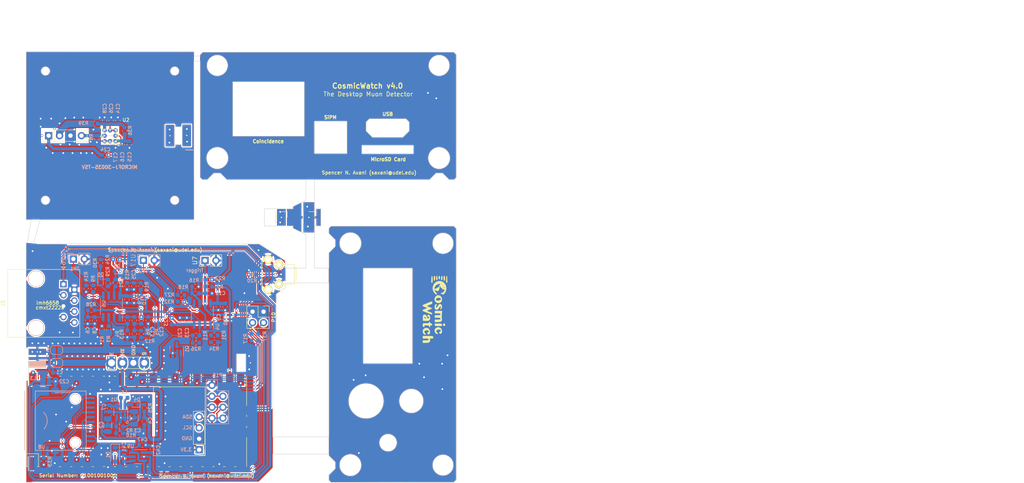
<source format=kicad_pcb>
(kicad_pcb (version 20221018) (generator pcbnew)
  (layers (0 "F.Cu" signal) (31 "B.Cu" signal) (34 "B.Paste" user) (35 "F.Paste" user) (36 "B.SilkS" user "B.Silkscreen") (37 "F.SilkS" user "F.Silkscreen") (38 "B.Mask" user) (39 "F.Mask" user) (44 "Edge.Cuts" user))
  (net 0 "")
  (net 1 "HV")
  (net 2 "SCL")
  (net 3 "SDA")
  (net 4 "Net-(R20-Pad2)")
  (net 5 "Net-(C14-Pad1)")
  (net 6 "PD")
  (net 7 "VCC")
  (net 8 "AMP1")
  (net 9 "3.3V")
  (net 10 "GNDA")
  (net 11 "SiPM")
  (net 12 "CoincidentPin1")
  (net 13 "CoincidentPin2")
  (net 14 "SENSE")
  (net 15 "SCK")
  (net 16 "MOSI")
  (net 17 "MISO")
  (net 18 "CS")
  (net 19 "Net-(P10-P2)")
  (net 20 "Net-(P10-P4)")
  (net 21 "Net-(P3-P1)")
  (net 22 "Net-(P3-P2)")
  (net 23 "Net-(P3-P4)")
  (net 24 "FAST")
  (net 25 "TRG")
  (net 26 "Net-(U6-OUTA)")
  (net 27 "Net-(D5-K)")
  (net 28 "Net-(U6--INA)")
  (net 29 "Net-(U6-+INA)")
  (net 30 "Net-(U6-OUTB)")
  (net 33 "Net-(U8-Detect)")
  (net 35 "VBat")
  (net 36 "unconnected-(P13-P1-Pad1)")
  (net 37 "unconnected-(P2-P1-Pad1)")
  (net 38 "Net-(C15-Pad1)")
  (net 39 "unconnected-(P12-P1-Pad1)")
  (net 40 "VBUS")
  (net 41 "Net-(U2-F)")
  (net 42 "Net-(P16-P1)")
  (net 45 "Net-(U5-RUN)")
  (net 48 "VEE")
  (net 49 "Net-(U6-V-)")
  (net 52 "PWM")
  (net 53 "Net-(U5-GP14)")
  (net 54 "Net-(U5-GP15)")
  (net 55 "Net-(U1-FB)")
  (net 56 "Net-(D4-A)")
  (net 57 "Net-(D4-K)")
  (net 58 "Net-(U4--INA)")
  (net 60 "Net-(U4-V-)")
  (net 61 "Net-(U4--INB)")
  (net 62 "Net-(D3-A)")
  (net 63 "Net-(C13-Pad1)")
  (net 64 "Net-(C11-Pad2)")
  (net 65 "Net-(U9-C1-)")
  (net 66 "Net-(U9-C1+)")
  (net 67 "TriggerReset")
  (net 68 "SNG")
  (net 70 "Net-(D5-A)")
  (footprint "MyFootprints:logo" (layer "F.Cu") (at 156.675 101.925 -90)
    (fp_text reference "P19" hide)
    (fp_text value "CONN_01X01" hide)
  )
  (footprint "Connector_PinHeader_2.54mm:PinHeader_1x01_P2.54mm_Vertical" (layer "F.Cu") (at 113.595 114.175 90)
    (fp_text reference "P14" hide)
    (fp_text value "CONN_01X01")
  )
  (footprint "Connector_PinHeader_2.54mm:PinHeader_2x02_P2.54mm_Vertical" (layer "F.Cu") (at 116.65 102.3 -90)
    (fp_text reference "P10")
    (fp_text value "CONN_02X02")
  )
  (footprint "MyFootprints:reset_button" (layer "F.Cu") (at 117.7075 97.125 90)
    (fp_text reference "SW1" hide)
    (fp_text value "RESET" hide)
  )
  (footprint "MyFootprints:PinHeader4_bigger_SiPM" (layer "F.Cu") (at 81.355 114.175 90)
    (fp_text reference "P1" hide)
    (fp_text value "CONN_01X04")
  )
  (footprint "Connector_PinHeader_2.54mm:PinHeader_1x04_P2.54mm_Vertical" (layer "F.Cu") (at 66.75137 61.420023 90)
    (fp_text reference "P3" hide)
    (fp_text value "CONN_01X04")
  )
  (footprint "MyFootprints:SiPM_PCB_Standoff" (layer "F.Cu") (at 103.775 61.375 90)
    (fp_text reference "P2" hide)
    (fp_text value "CONN_01X01")
  )
  (footprint "Connector_PinHeader_2.54mm:PinHeader_1x04_P2.54mm_Vertical" (layer "F.Cu") (at 101.7 134.35 180)
    (fp_text reference "P4" hide)
    (fp_text value "CONN_01X04")
  )
  (footprint "MyFootprints:RPi_Pico_SMD_TH_noThroughHoles" (layer "F.Cu") (at 87.225 127.775 90)
    (fp_text reference "U5" hide)
    (fp_text value "RasberryPi_Pico")
  )
  (footprint "Connector_PinHeader_2.54mm:PinHeader_1x01_P2.54mm_Vertical" (layer "F.Cu") (at 94.925 61.425 90)
    (fp_text reference "P12" hide)
    (fp_text value "CONN_01X01")
  )
  (footprint "Connector_PinHeader_2.54mm:PinHeader_1x01_P2.54mm_Vertical" (layer "F.Cu") (at 120.8 80.4 -90)
    (fp_text reference "P13" hide)
    (fp_text value "CONN_01X01")
  )
  (footprint "Connector_PinHeader_2.54mm:PinHeader_1x01_P2.54mm_Vertical" (layer "F.Cu") (at 127.175 80.4 -90)
    (fp_text reference "P11" hide)
    (fp_text value "CONN_01X01")
  )
  (footprint "MyFootprints:GND_circle" (layer "F.Cu") (at 129.025 53.615)
    (fp_text reference "P8" hide)
    (fp_text value "CONN_01X01")
  )
  (footprint "MyFootprints:SiPM_MicroFJ−300XX−TSV" (layer "F.Cu") (at 81.035 61.425 180)
    (fp_text reference "U2")
    (fp_text value "SiPM_MicroFJ−300XX−TSV")
  )
  (footprint "Connector_RJ:RJ45_OST_PJ012-8P8CX_Vertical" (layer "F.Cu") (at 70.195 95.915 -90)
    (fp_text reference "J3")
    (fp_text value "RJ45")
  )
  (footprint "Connector_PinHeader_2.54mm:PinHeader_1x02_P2.54mm_Vertical" (layer "F.Cu") (at 103.07 90.415 90)
    (fp_text reference "U7")
    (fp_text value "UMCC")
  )
  (footprint "Capacitor_SMD:C_0603_1608Metric" (layer "B.Cu") (at 63.91 116.455 180)
    (fp_text reference "L3")
    (fp_text value "INDUCTOR")
  )
  (footprint "MyFootprints:GND_circle" (layer "B.Cu") (at 135.665 92.035 90)
    (fp_text reference "P7" hide)
    (fp_text value "CONN_01X01")
  )
  (footprint "Capacitor_SMD:C_0603_1608Metric" (layer "B.Cu") (at 114 93.675)
    (fp_text reference "R20")
    (fp_text value "10k")
  )
  (footprint "Capacitor_SMD:C_0603_1608Metric" (layer "B.Cu") (at 80.735 106.45 90)
    (fp_text reference "R3")
    (fp_text value "49.9")
  )
  (footprint "Capacitor_SMD:C_0603_1608Metric" (layer "B.Cu") (at 65.625 137.025 90)
    (fp_text reference "R33")
    (fp_text value "10k")
  )
  (footprint "MyFootprints:sd_card" (layer "B.Cu") (at 75.465 134.4795 180)
    (fp_text reference "U8")
    (fp_text value "sd_card_socket" hide)
  )
  (footprint "Capacitor_SMD:C_1206_3216Metric" (layer "B.Cu") (at 66.89 118.485)
    (fp_text reference "C22")
    (fp_text value "6.8uF")
  )
  (footprint "Connector_PinHeader_2.54mm:PinHeader_2x04_P2.54mm_Vertical" (layer "B.Cu") (at 107.225 119.395 180)
    (fp_text reference "P15")
    (fp_text value "CONN_02X04")
  )
  (footprint "Capacitor_SMD:C_0603_1608Metric" (layer "B.Cu") (at 85.035 104.3 -90)
    (fp_text reference "R6")
    (fp_text value "10k")
  )
  (footprint "Package_SO:SOIC-8_3.9x4.9mm_P1.27mm" (layer "B.Cu") (at 81.335 101.075 90)
    (fp_text reference "U6")
    (fp_text value "LMH6658")
  )
  (footprint "Capacitor_SMD:C_0603_1608Metric" (layer "B.Cu") (at 75.83 104.325 90)
    (fp_text reference "C6")
    (fp_text value "0.1uF")
  )
  (footprint "Capacitor_SMD:C_0603_1608Metric" (layer "B.Cu") (at 82.30137 63.470023 -90)
    (fp_text reference "C17")
    (fp_text value "10p")
  )
  (footprint "Capacitor_SMD:C_0603_1608Metric" (layer "B.Cu") (at 83.90137 63.495023 -90)
    (fp_text reference "C16")
    (fp_text value "10nF")
  )
  (footprint "Capacitor_SMD:C_0603_1608Metric" (layer "B.Cu") (at 85.50137 63.470023 -90)
    (fp_text reference "C15")
    (fp_text value "100n")
  )
  (footprint "Capacitor_SMD:C_0603_1608Metric" (layer "B.Cu") (at 83.21 128.965)
    (fp_text reference "R2")
    (fp_text value "147k")
  )
  (footprint "Capacitor_SMD:C_0603_1608Metric" (layer "B.Cu") (at 79.895 65.915)
    (fp_text reference "C24")
    (fp_text value "10nF")
  )
  (footprint "Capacitor_SMD:C_0603_1608Metric" (layer "B.Cu") (at 84.31 122.295 180)
    (fp_text reference "L1")
    (fp_text value "15uH")
  )
  (footprint "Capacitor_SMD:C_0603_1608Metric" (layer "B.Cu") (at 77.43 104.325 90)
    (fp_text reference "C8")
    (fp_text value "10nF")
  )
  (footprint "Jumper:SolderJumper-2_P1.3mm_Open_RoundedPad1.0x1.5mm" (layer "B.Cu") (at 68.625 114.175)
    (fp_text reference "P16" hide)
    (fp_text value "CONN_01X02")
  )
  (footprint "MyFootprints:SMA_side_mount_sideways" (layer "B.Cu") (at 64.145 114.525)
    (fp_text reference "U3" hide)
    (fp_text value "MMCX")
  )
  (footprint "Capacitor_SMD:C_0603_1608Metric" (layer "B.Cu") (at 77.95137 62.195023 -90)
    (fp_text reference "R8")
    (fp_text value "10")
  )
  (footprint "Capacitor_SMD:C_0603_1608Metric" (layer "B.Cu") (at 79.745 57.965 90)
    (fp_text reference "C28")
    (fp_text value "100n")
  )
  (footprint "Capacitor_SMD:C_0603_1608Metric" (layer "B.Cu") (at 82.845 57.965 90)
    (fp_text reference "C14")
    (fp_text value "10p")
  )
  (footprint "Capacitor_SMD:C_0603_1608Metric" (layer "B.Cu") (at 81.295 57.965 90)
    (fp_text reference "C26")
    (fp_text value "10nF")
  )
  (footprint "Capacitor_SMD:C_0603_1608Metric" (layer "B.Cu") (at 76.66 101.925)
    (fp_text reference "R28")
    (fp_text value "47k")
  )
  (footprint "Capacitor_SMD:C_0603_1608Metric" (layer "B.Cu") (at 84.945 96.37 90)
    (fp_text reference "R15")
    (fp_text value "NA")
  )
  (footprint "Capacitor_SMD:C_0603_1608Metric" (layer "B.Cu") (at 100.995 107.815 180)
    (fp_text reference "R11")
    (fp_text value "NA")
  )
  (footprint "Capacitor_SMD:C_0603_1608Metric" (layer "B.Cu") (at 106.145 101.14 -90)
    (fp_text reference "C5")
    (fp_text value "10nF")
  )
  (footprint "Capacitor_SMD:C_0603_1608Metric" (layer "B.Cu") (at 88.245 107.465 90)
    (fp_text reference "R12")
    (fp_text value "10k")
  )
  (footprint "Capacitor_SMD:C_0603_1608Metric" (layer "B.Cu") (at 84.40137 60.270023 90)
    (fp_text reference "R36")
    (fp_text value "10")
  )
  (footprint "Connector_PinHeader_2.54mm:PinHeader_1x02_P2.54mm_Vertical" (layer "B.Cu") (at 88.755 90.365 -90)
    (fp_text reference "U17")
    (fp_text value "UMCC")
  )
  (footprint "Capacitor_SMD:C_0603_1608Metric" (layer "B.Cu") (at 78.805 90.97 -90)
    (fp_text reference "R30")
    (fp_text value "NA")
  )
  (footprint "Capacitor_SMD:C_0603_1608Metric" (layer "B.Cu") (at 100.97 109.515 180)
    (fp_text reference "R26")
    (fp_text value "0")
  )
  (footprint "Capacitor_SMD:C_0603_1608Metric" (layer "B.Cu") (at 88.99 124.645 90)
    (fp_text reference "R25")
    (fp_text value "100")
  )
  (footprint "Capacitor_SMD:C_0603_1608Metric" (layer "B.Cu") (at 97.515 99.985)
    (fp_text reference "R32")
    (fp_text value "NA")
  )
  (footprint "Package_TO_SOT_SMD:SOT-23-6_Handsoldering" (layer "B.Cu") (at 87.545 135.965 180)
    (fp_text reference "U9")
    (fp_text value "~")
  )
  (footprint "Capacitor_SMD:C_0603_1608Metric" (layer "B.Cu") (at 88.99 127.735 -90)
    (fp_text reference "C4")
    (fp_text value "1uF")
  )
  (footprint "Capacitor_SMD:C_0603_1608Metric" (layer "B.Cu") (at 82.27 95.625 90)
    (fp_text reference "R21")
    (fp_text value "0")
  )
  (footprint "Capacitor_SMD:C_0603_1608Metric" (layer "B.Cu") (at 66.965 116.455)
    (fp_text reference "C1")
    (fp_text value "1uF")
  )
  (footprint "Capacitor_SMD:C_0603_1608Metric" (layer "B.Cu") (at 100.8 96.45)
    (fp_text reference "R18")
    (fp_text value "100")
  )
  (footprint "Capacitor_SMD:C_0603_1608Metric" (layer "B.Cu") (at 103.925 96.45 180)
    (fp_text reference "R7")
    (fp_text value "10k")
  )
  (footprint "Capacitor_SMD:C_0603_1608Metric" (layer "B.Cu") (at 103.925 94.85 180)
    (fp_text reference "R22")
    (fp_text value "10k")
  )
  (footprint "Package_TO_SOT_SMD:SOT-23-6_Handsoldering" (layer "B.Cu") (at 83.515 125.56 90)
    (fp_text reference "U1")
    (fp_text value "MAX5026")
  )
  (footprint "Capacitor_SMD:C_1206_3216Metric" (layer "B.Cu") (at 86.64 126.98 90)
    (fp_text reference "C3")
    (fp_text value "2.2uF")
  )
  (footprint "Package_SO:SOIC-8_3.9x4.9mm_P1.27mm" (layer "B.Cu") (at 102.445 102.84 90)
    (fp_text reference "U4")
    (fp_text value "LMH6658")
  )
  (footprint "Capacitor_SMD:C_0603_1608Metric" (layer "B.Cu") (at 97.245 104.49 -90)
    (fp_text reference "C21")
    (fp_text value "0.1uF")
  )
  (footprint "Jumper:SolderJumper-2_P1.3mm_Open_RoundedPad1.0x1.5mm" (layer "B.Cu") (at 68.615 111.225)
    (fp_text reference "P5" hide)
    (fp_text value "CONN_01X02")
  )
  (footprint "Capacitor_SMD:C_0603_1608Metric" (layer "B.Cu") (at 77.105 96.95 90)
    (fp_text reference "R9")
    (fp_text value "10k")
  )
  (footprint "Capacitor_SMD:C_0603_1608Metric" (layer "B.Cu") (at 103.9 98.05 180)
    (fp_text reference "C11")
    (fp_text value "10n")
  )
  (footprint "Capacitor_SMD:C_0603_1608Metric" (layer "B.Cu") (at 86.675 107.445 90)
    (fp_text reference "R13")
    (fp_text value "10k")
  )
  (footprint "Capacitor_SMD:C_0603_1608Metric" (layer "B.Cu") (at 86.675 104.315 90)
    (fp_text reference "C13")
    (fp_text value "10nF")
  )
  (footprint "Diode_SMD:D_SOD-523" (layer "B.Cu") (at 82.665 92.92 180)
    (fp_text reference "D3")
    (fp_text value "D_Schottky")
  )
  (footprint "Capacitor_SMD:C_0603_1608Metric" (layer "B.Cu") (at 113.825 108.2 90)
    (fp_text reference "R17")
    (fp_text value "100")
  )
  (footprint "Capacitor_SMD:C_0603_1608Metric" (layer "B.Cu") (at 98.845 104.465 -90)
    (fp_text reference "C23")
    (fp_text value "10nF")
  )
  (footprint "Capacitor_SMD:C_0603_1608Metric" (layer "B.Cu") (at 105.245 109.395 180)
    (fp_text reference "R34")
    (fp_text value "100k")
  )
  (footprint "Capacitor_SMD:C_0603_1608Metric" (layer "B.Cu") (at 75.465 96.935 90)
    (fp_text reference "R14")
    (fp_text value "10k")
  )
  (footprint "Capacitor_SMD:C_0603_1608Metric" (layer "B.Cu") (at 95.32 104.49 90)
    (fp_text reference "R23")
    (fp_text value "47k")
  )
  (footprint "Capacitor_SMD:C_0603_1608Metric" (layer "B.Cu") (at 115.425 108.2 -90)
    (fp_text reference "R37")
    (fp_text value "100")
  )
  (footprint "Capacitor_SMD:C_0603_1608Metric" (layer "B.Cu") (at 105.225 107.755 180)
    (fp_text reference "R31")
    (fp_text value "100k")
  )
  (footprint "Capacitor_SMD:C_0603_1608Metric" (layer "B.Cu") (at 80.89 124.755 90)
    (fp_text reference "C7")
    (fp_text value "10nF")
  )
  (footprint "Capacitor_SMD:C_0603_1608Metric" (layer "B.Cu") (at 84.245 136.33 90)
    (fp_text reference "C41")
    (fp_text value "~")
  )
  (footprint "Capacitor_SMD:C_0603_1608Metric" (layer "B.Cu") (at 86.585 99.5 -90)
    (fp_text reference "C10")
    (fp_text value "0.1u")
  )
  (footprint "Diode_SMD:D_SOD-523" (layer "B.Cu") (at 78.805 95.475 -90)
    (fp_text reference "D5")
    (fp_text value "D_Schottky")
  )
  (footprint "Capacitor_SMD:C_0603_1608Metric" (layer "B.Cu") (at 80.52 95.625 -90)
    (fp_text reference "R29")
    (fp_text value "0")
  )
  (footprint "Capacitor_SMD:C_0603_1608Metric" (layer "B.Cu") (at 88.275 104.31 -90)
    (fp_text reference "R5")
    (fp_text value "1k")
  )
  (footprint "Capacitor_SMD:C_0603_1608Metric" (layer "B.Cu") (at 100.8 98.05 180)
    (fp_text reference "R16")
    (fp_text value "10k")
  )
  (footprint "Capacitor_SMD:C_0603_1608Metric" (layer "B.Cu") (at 88.145 96.37 -90)
    (fp_text reference "R19")
    (fp_text value "NA")
  )
  (footprint "Diode_SMD:D_SOD-123" (layer "B.Cu") (at 82.19 135.48 -90)
    (fp_text reference "D1")
    (fp_text value "DIODE")
  )
  (footprint "Capacitor_SMD:C_0603_1608Metric" (layer "B.Cu") (at 107.745 101.165 -90)
    (fp_text reference "C20")
    (fp_text value "0.1u")
  )
  (footprint "Capacitor_SMD:C_0603_1608Metric" (layer "B.Cu") (at 77.35137 58.620023)
    (fp_text reference "R39")
    (fp_text value "10")
  )
  (footprint "Capacitor_SMD:C_0603_1608Metric" (layer "B.Cu") (at 89.875 104.3 90)
    (fp_text reference "C12")
    (fp_text value "20pF")
  )
  (footprint "Capacitor_SMD:C_1206_3216Metric" (layer "B.Cu") (at 80.48 128.65 90)
    (fp_text reference "C2")
    (fp_text value "4.7uF")
  )
  (footprint "Capacitor_SMD:C_0603_1608Metric" (layer "B.Cu") (at 82.515 90.195 180)
    (fp_text reference "R24")
    (fp_text value "NA")
  )
  (footprint "Capacitor_SMD:C_0603_1608Metric" (layer "B.Cu") (at 90.87 134.24 90)
    (fp_text reference "C42")
    (fp_text value "10uF")
  )
  (footprint "Capacitor_SMD:C_0603_1608Metric" (layer "B.Cu") (at 79.135 106.45 90)
    (fp_text reference "R1")
    (fp_text value "47k")
  )
  (footprint "Connector_PinHeader_2.54mm:PinHeader_1x02_P2.54mm_Vertical" (layer "B.Cu") (at 72.505 90.065 -90)
    (fp_text reference "U16")
    (fp_text value "UMCC")
  )
  (footprint "Capacitor_SMD:C_0603_1608Metric" (layer "B.Cu") (at 83.21 130.535 180)
    (fp_text reference "R10")
    (fp_text value "6.65k")
  )
  (footprint "Capacitor_SMD:C_0603_1608Metric" (layer "B.Cu") (at 84.935 99.475 -90)
    (fp_text reference "C9")
    (fp_text value "10nF")
  )
  (footprint "Capacitor_SMD:C_0603_1608Metric" (layer "B.Cu") (at 85.035 107.45 -90)
    (fp_text reference "R4")
    (fp_text value "1k")
  )
  (footprint "Diode_SMD:D_SOD-523" (layer "B.Cu") (at 86.73 123.865 180)
    (fp_text reference "D4")
    (fp_text value "D_Schottky")
  )
  (footprint "Capacitor_SMD:C_0603_1608Metric" (layer "B.Cu") (at 86.545 96.37 -90)
    (fp_text reference "C25")
    (fp_text value "1nF")
  )
  (footprint "Capacitor_SMD:C_0603_1608Metric" (layer "B.Cu") (at 88.52 133.265 180)
    (fp_text reference "C47")
    (fp_text value "1uF")
  )
  (footprint "Package_TO_SOT_SMD:SOT-23" (layer "B.Cu") (at 96.495 110.9525 90)
    (fp_text reference "Q1")
    (fp_text value "2N7002")
  )
  (footprint "Capacitor_SMD:C_0603_1608Metric" (layer "B.Cu") (at 97.515 98.385)
    (fp_text reference "R27")
    (fp_text value "10k")
  )
  (gr_line (start 100.29863 64.724977) (end 98.54863 64.724977) (stroke (width 0.15)) (layer "B.SilkS"))
  (gr_circle (center 84.99 127.98) (end 84.84 127.78) (stroke (width 0.15)) (fill none) (layer "B.SilkS"))
  (gr_line (start 100.19863 64.724977) (end 98.54863 64.724977) (stroke (width 0.15)) (layer "F.SilkS"))
  (gr_line (start 94.175 141.775) (end 69.025 141.775) (stroke (width 0.1)) (layer "Edge.Cuts"))
  (gr_line (start 68.325 141.775) (end 63.675 141.775) (stroke (width 0.1)) (layer "Edge.Cuts"))
  (gr_line (start 100.675 141.775) (end 94.175 141.775) (stroke (width 0.1)) (layer "Edge.Cuts"))
  (gr_line (start 101.625 141.775) (end 100.675 141.775) (stroke (width 0.1)) (layer "Edge.Cuts"))
  (gr_line (start 102.325 141.775) (end 101.675 141.775) (stroke (width 0.1)) (layer "Edge.Cuts"))
  (gr_line (start 101.675 141.775) (end 101.625 141.775) (stroke (width 0.1)) (layer "Edge.Cuts"))
  (gr_line (start 69.025 141.775) (end 68.325 141.775) (stroke (width 0.1)) (layer "Edge.Cuts"))
  (gr_line (start 115.575 141.775) (end 102.325 141.775) (stroke (width 0.1)) (layer "Edge.Cuts"))
  (gr_line (start 62.675 141.925) (end 61.525 141.925) (stroke (width 0.1)) (layer "Edge.Cuts"))
  (gr_line (start 62.925 141.825) (end 62.675 141.925) (stroke (width 0.1)) (layer "Edge.Cuts"))
  (gr_line (start 62.925 141.825) (end 63.575 141.825) (stroke (width 0.1)) (layer "Edge.Cuts"))
  (gr_line (start 63.575 141.825) (end 63.675 141.775) (stroke (width 0.1)) (layer "Edge.Cuts"))
  (gr_line (start 64.145 86.575) (end 106.725 86.575) (stroke (width 0.1)) (layer "Edge.Cuts"))
  (gr_line (start 61.525 108.425) (end 61.525 92.325) (stroke (width 0.1)) (layer "Edge.Cuts"))
  (gr_line (start 61.525 118.325) (end 61.525 141.925) (stroke (width 0.1)) (layer "Edge.Cuts"))
  (gr_line (start 61.525 92.325) (end 61.525 86.325) (stroke (width 0.1)) (layer "Edge.Cuts"))
  (gr_line (start 118.8 138.55) (end 115.575 141.775) (stroke (width 0.1)) (layer "Edge.Cuts"))
  (gr_line (start 118.8 135.375) (end 118.8 138.55) (stroke (width 0.1)) (layer "Edge.Cuts"))
  (gr_line (start 118.8 135.375) (end 131.825 135.375) (stroke (width 0.1)) (layer "Edge.Cuts"))
  (gr_line (start 132.325 141.925) (end 160.825 141.925) (stroke (width 0.1)) (layer "Edge.Cuts"))
  (gr_line (start 156.675 82.425) (end 132.325 82.425) (stroke (width 0.1)) (layer "Edge.Cuts"))
  (gr_line (start 151.225 92.225) (end 139.825 92.225) (stroke (width 0.1)) (layer "Edge.Cuts"))
  (gr_line (start 139.825 92.225) (end 139.825 114.325) (stroke (width 0.1)) (layer "Edge.Cuts"))
  (gr_line (start 139.825 114.325) (end 151.225 114.325) (stroke (width 0.1)) (layer "Edge.Cuts"))
  (gr_line (start 151.225 114.325) (end 151.225 92.225) (stroke (width 0.1)) (layer "Edge.Cuts"))
  (gr_line (start 131.825 84.125) (end 133.325 85.625) (stroke (width 0.1)) (layer "Edge.Cuts"))
  (gr_line (start 133.325 85.625) (end 133.325 87.125) (stroke (width 0.1)) (layer "Edge.Cuts"))
  (gr_line (start 131.825 140.225) (end 133.325 138.725) (stroke (width 0.1)) (layer "Edge.Cuts"))
  (gr_line (start 133.325 138.725) (end 133.325 137.225) (stroke (width 0.1)) (layer "Edge.Cuts"))
  (gr_line (start 133.325 137.225) (end 131.825 135.725) (stroke (width 0.1)) (layer "Edge.Cuts"))
  (gr_line (start 131.825 82.925) (end 131.825 84.125) (stroke (width 0.1)) (layer "Edge.Cuts"))
  (gr_line (start 131.825 140.225) (end 131.825 141.425) (stroke (width 0.1)) (layer "Edge.Cuts"))
  (gr_line (start 131.825 95.625) (end 131.825 131.375) (stroke (width 0.1)) (layer "Edge.Cuts"))
  (gr_circle (center 145.575 132.725) (end 147.575 132.675) (stroke (width 0.1)) (fill none) (layer "Edge.Cuts"))
  (gr_line (start 160.825 82.425) (end 161.425 83.025) (stroke (width 0.1)) (layer "Edge.Cuts"))
  (gr_line (start 160.825 141.925) (end 161.425 141.325) (stroke (width 0.1)) (layer "Edge.Cuts"))
  (gr_line (start 131.825 82.925) (end 132.325 82.425) (stroke (width 0.1)) (layer "Edge.Cuts"))
  (gr_line (start 132.325 141.925) (end 131.825 141.425) (stroke (width 0.1)) (layer "Edge.Cuts"))
  (gr_line (start 115.625 86.575) (end 106.725 86.575) (stroke (width 0.1)) (layer "Edge.Cuts"))
  (gr_line (start 110.385 112.1) (end 112.535 112.1) (stroke (width 0.1)) (layer "Edge.Cuts"))
  (gr_circle (center 150.975 123.025) (end 153.675 122.375) (stroke (width 0.1)) (fill none) (layer "Edge.Cuts"))
  (gr_line (start 118.8 131.375) (end 118.8 107.875) (stroke (width 0.1)) (layer "Edge.Cuts"))
  (gr_line (start 133.325 87.125) (end 131.825 88.625) (stroke (width 0.1)) (layer "Edge.Cuts"))
  (gr_line (start 121.675 96.775) (end 119.625 98.175) (stroke (width 0.1)) (layer "Edge.Cuts"))
  (gr_line (start 131.825 135.375) (end 131.825 135.725) (stroke (width 0.1)) (layer "Edge.Cuts"))
  (gr_line (start 121.675 95.625) (end 121.675 96.775) (stroke (width 0.1)) (layer "Edge.Cuts"))
  (gr_line (start 110.385 116.25) (end 110.385 112.1) (stroke (width 0.1)) (layer "Edge.Cuts"))
  (gr_line (start 119.425 88.975) (end 121.675 90.425) (stroke (width 0.1)) (layer "Edge.Cuts"))
  (gr_circle (center 96.025 46.425) (end 96.025 47.425) (stroke (width 0.1)) (fill none) (layer "Edge.Cuts"))
  (gr_circle (center 66.025 76.425) (end 66.025 77.425) (stroke (width 0.1)) (fill none) (layer "Edge.Cuts"))
  (gr_line (start 95.975 59.35) (end 97.775 59.35) (stroke (width 0.1)) (layer "Edge.Cuts"))
  (gr_line (start 97.775 59.35) (end 97.775 63.5) (stroke (width 0.1)) (layer "Edge.Cuts"))
  (gr_line (start 97.775 63.5) (end 95.975 63.5) (stroke (width 0.1)) (layer "Edge.Cuts"))
  (gr_line (start 95.975 63.5) (end 95.975 59.35) (stroke (width 0.1)) (layer "Edge.Cuts"))
  (gr_line (start 119.425 88.975) (end 115.625 86.575) (stroke (width 0.1)) (layer "Edge.Cuts"))
  (gr_line (start 126.5 92.175) (end 121.9 92.175) (stroke (width 0.1)) (layer "Edge.Cuts"))
  (gr_line (start 121.675 95.625) (end 131.825 95.625) (stroke (width 0.1)) (layer "Edge.Cuts"))
  (gr_circle (center 136.825 86.425) (end 139.325 86.425) (stroke (width 0.1)) (fill none) (layer "Edge.Cuts"))
  (gr_circle (center 158.325 86.425) (end 160.725 86.425) (stroke (width 0.1)) (fill none) (layer "Edge.Cuts"))
  (gr_circle (center 158.325 137.925) (end 160.725 137.925) (stroke (width 0.1)) (fill none) (layer "Edge.Cuts"))
  (gr_circle (center 136.825 137.925) (end 139.325 137.925) (stroke (width 0.1)) (fill none) (layer "Edge.Cuts"))
  (gr_line (start 61.525 110.825) (end 61.525 108.425) (stroke (width 0.1)) (layer "Edge.Cuts"))
  (gr_line (start 131.825 92.175) (end 131.825 88.625) (stroke (width 0.1)) (layer "Edge.Cuts"))
  (gr_line (start 106.625 70.125) (end 108.125 71.625) (stroke (width 0.1)) (layer "Edge.Cuts"))
  (gr_line (start 105.125 70.125) (end 106.625 70.125) (stroke (width 0.1)) (layer "Edge.Cuts"))
  (gr_line (start 156.725 70.125) (end 155.225 71.625) (stroke (width 0.1)) (layer "Edge.Cuts"))
  (gr_line (start 101.925 44.095) (end 101.925 71.125) (stroke (width 0.1)) (layer "Edge.Cuts"))
  (gr_line (start 161.425 71.125) (end 161.425 42.625) (stroke (width 0.1)) (layer "Edge.Cuts"))
  (gr_line (start 103.625 71.625) (end 105.125 70.125) (stroke (width 0.1)) (layer "Edge.Cuts"))
  (gr_line (start 159.725 71.625) (end 158.225 70.125) (stroke (width 0.1)) (layer "Edge.Cuts"))
  (gr_line (start 158.225 70.125) (end 156.725 70.125) (stroke (width 0.1)) (layer "Edge.Cuts"))
  (gr_line (start 150.475 59.225) (end 150.475 58.275) (stroke (width 0.1)) (layer "Edge.Cuts"))
  (gr_line (start 149.725 57.525) (end 141.225 57.525) (stroke (width 0.1)) (layer "Edge.Cuts"))
  (gr_line (start 140.475 58.275) (end 140.475 60.325) (stroke (width 0.1)) (layer "Edge.Cuts"))
  (gr_line (start 141.975 61.825) (end 148.975 61.825) (stroke (width 0.1)) (layer "Edge.Cuts"))
  (gr_line (start 150.475 60.325) (end 150.475 59.225) (stroke (width 0.1)) (layer "Edge.Cuts"))
  (gr_line (start 109.525 61.525) (end 126.125 61.525) (stroke (width 0.1)) (layer "Edge.Cuts"))
  (gr_line (start 126.125 48.925) (end 109.525 48.925) (stroke (width 0.1)) (layer "Edge.Cuts"))
  (gr_line (start 109.525 48.925) (end 109.525 61.525) (stroke (width 0.1)) (layer "Edge.Cuts"))
  (gr_line (start 155.025 71.625) (end 128.5 71.625) (stroke (width 0.1)) (layer "Edge.Cuts"))
  (gr_line (start 155.225 71.625) (end 155.025 71.625) (stroke (width 0.1)) (layer "Edge.Cuts"))
  (gr_line (start 126.125 61.525) (end 126.125 48.925) (stroke (width 0.1)) (layer "Edge.Cuts"))
  (gr_line (start 108.125 71.625) (end 126.5 71.625) (stroke (width 0.1)) (layer "Edge.Cuts"))
  (gr_line (start 160.925 71.625) (end 161.425 71.125) (stroke (width 0.1)) (layer "Edge.Cuts"))
  (gr_line (start 101.925 71.125) (end 102.425 71.625) (stroke (width 0.1)) (layer "Edge.Cuts"))
  (gr_line (start 151.475 63.675) (end 151.475 65.625) (stroke (width 0.1)) (layer "Edge.Cuts"))
  (gr_line (start 151.475 65.625) (end 139.475 65.625) (stroke (width 0.1)) (layer "Edge.Cuts"))
  (gr_line (start 139.475 65.625) (end 139.475 63.675) (stroke (width 0.1)) (layer "Edge.Cuts"))
  (gr_line (start 139.475 63.675) (end 151.475 63.675) (stroke (width 0.1)) (layer "Edge.Cuts"))
  (gr_line (start 101.925 42.625) (end 102.525 42.025) (stroke (width 0.1)) (layer "Edge.Cuts"))
  (gr_line (start 161.425 42.625) (end 160.825 42.025) (stroke (width 0.1)) (layer "Edge.Cuts"))
  (gr_line (start 102.525 42.025) (end 160.825 42.025) (stroke (width 0.1)) (layer "Edge.Cuts"))
  (gr_line (start 141.975 61.825) (end 140.475 60.325) (stroke (width 0.1)) (layer "Edge.Cuts"))
  (gr_line (start 148.975 61.825) (end 150.475 60.325) (stroke (width 0.1)) (layer "Edge.Cuts"))
  (gr_line (start 150.475 58.275) (end 149.725 57.525) (stroke (width 0.1)) (layer "Edge.Cuts"))
  (gr_line (start 140.475 58.275) (end 141.225 57.525) (stroke (width 0.1)) (layer "Edge.Cuts"))
  (gr_line (start 159.725 71.625) (end 160.925 71.625) (stroke (width 0.1)) (layer "Edge.Cuts"))
  (gr_circle (center 105.925 45.125) (end 108.325 45.125) (stroke (width 0.1)) (fill none) (layer "Edge.Cuts"))
  (gr_circle (center 105.925 66.625) (end 108.425 66.625) (stroke (width 0.1)) (fill none) (layer "Edge.Cuts"))
  (gr_circle (center 157.425 66.625) (end 159.925 66.625) (stroke (width 0.1)) (fill none) (layer "Edge.Cuts"))
  (gr_circle (center 157.425 45.125) (end 159.825 45.125) (stroke (width 0.1)) (fill none) (layer "Edge.Cuts"))
  (gr_line (start 136.025 65.575) (end 128.475 65.575) (stroke (width 0.1)) (layer "Edge.Cuts"))
  (gr_line (start 136.025 58.075) (end 136.025 65.575) (stroke (width 0.1)) (layer "Edge.Cuts"))
  (gr_line (start 136.025 58.075) (end 128.475 58.075) (stroke (width 0.1)) (layer "Edge.Cuts"))
  (gr_line (start 128.475 65.575) (end 128.475 58.075) (stroke (width 0.1)) (layer "Edge.Cuts"))
  (gr_line (start 61.775 86.325) (end 62.735 80.925) (stroke (width 0.1)) (layer "Edge.Cuts"))
  (gr_line (start 116.9 82.4) (end 123.5 82.4) (stroke (width 0.1)) (layer "Edge.Cuts"))
  (gr_line (start 128.5 78.4) (end 128.5 71.625) (stroke (width 0.1)) (layer "Edge.Cuts"))
  (gr_line (start 128.5 92.175) (end 128.5 82.4) (stroke (width 0.1)) (layer "Edge.Cuts"))
  (gr_line (start 128.5 82.4) (end 129.975 82.4) (stroke (width 0.1)) (layer "Edge.Cuts"))
  (gr_line (start 123.5 78.4) (end 123.5 77.875) (stroke (width 0.1)) (layer "Edge.Cuts"))
  (gr_line (start 128.5 78.4) (end 129.975 78.4) (stroke (width 0.1)) (layer "Edge.Cuts"))
  (gr_line (start 123.5 78.4) (end 116.875 78.4) (stroke (width 0.1)) (layer "Edge.Cuts"))
  (gr_line (start 61.525 110.825) (end 62.075 110.825) (stroke (width 0.1)) (layer "Edge.Cuts"))
  (gr_circle (center 96.025 76.425) (end 96.025 77.425) (stroke (width 0.1)) (fill none) (layer "Edge.Cuts"))
  (gr_line (start 123.5 82.925) (end 126.5 84.4) (stroke (width 0.1)) (layer "Edge.Cuts"))
  (gr_line (start 160.675 82.425) (end 160.825 82.425) (stroke (width 0.1)) (layer "Edge.Cuts"))
  (gr_line (start 116.875 78.4) (end 116.875 82.4) (stroke (width 0.1)) (layer "Edge.Cuts"))
  (gr_line (start 69.020023 41.92363) (end 100.525 41.925) (stroke (width 0.1)) (layer "Edge.Cuts"))
  (gr_line (start 120.175 131.355) (end 118.8 131.375) (stroke (width 0.1)) (layer "Edge.Cuts"))
  (gr_line (start 119.625 98.175) (end 119.625 107.025) (stroke (width 0.1)) (layer "Edge.Cuts"))
  (gr_line (start 100.525 80.925) (end 100.495 44.095) (stroke (width 0.1)) (layer "Edge.Cuts"))
  (gr_line (start 112.535 112.1) (end 112.535 116.25) (stroke (width 0.1)) (layer "Edge.Cuts"))
  (gr_line (start 126.5 76.4) (end 126.5 71.625) (stroke (width 0.1)) (layer "Edge.Cuts"))
  (gr_line (start 126.5 92.175) (end 126.5 84.4) (stroke (width 0.1)) (layer "Edge.Cuts"))
  (gr_line (start 100.525 42.925) (end 100.525 41.925) (stroke (width 0.1)) (layer "Edge.Cuts"))
  (gr_line (start 100.525 80.925) (end 64.785 80.925) (stroke (width 0.1)) (layer "Edge.Cuts"))
  (gr_line (start 63.255 86.465) (end 64.785 80.925) (stroke (width 0.1)) (layer "Edge.Cuts"))
  (gr_circle (center 66.025 46.425) (end 66.025 47.425) (stroke (width 0.1)) (fill none) (layer "Edge.Cuts"))
  (gr_line (start 62.075 118.325) (end 61.525 118.325) (stroke (width 0.1)) (layer "Edge.Cuts"))
  (gr_line (start 123.5 82.4) (end 123.5 82.925) (stroke (width 0.1)) (layer "Edge.Cuts"))
  (gr_line (start 63.825 86.455) (end 63.255 86.465) (stroke (width 0.1)) (layer "Edge.Cuts"))
  (gr_line (start 121.675 92.175) (end 121.9 92.175) (stroke (width 0.1)) (layer "Edge.Cuts"))
  (gr_line (start 100.495 44.095) (end 101.925 44.095) (stroke (width 0.1)) (layer "Edge.Cuts"))
  (gr_line (start 62.075 110.825) (end 62.075 118.325) (stroke (width 0.1)) (layer "Edge.Cuts"))
  (gr_line (start 116.875 82.4) (end 116.9 82.4) (stroke (width 0.1)) (layer "Edge.Cuts"))
  (gr_line (start 121.675 90.425) (end 121.675 92.175) (stroke (width 0.1)) (layer "Edge.Cuts"))
  (gr_line (start 156.675 82.425) (end 160.675 82.425) (stroke (width 0.1)) (layer "Edge.Cuts"))
  (gr_line (start 61.525 41.925) (end 61.525 80.925) (stroke (width 0.1)) (layer "Edge.Cuts"))
  (gr_line (start 129.975 78.4) (end 129.975 82.4) (stroke (width 0.1)) (layer "Edge.Cuts"))
  (gr_line (start 161.425 83.025) (end 161.425 141.325) (stroke (width 0.1)) (layer "Edge.Cuts"))
  (gr_circle (center 140.475 123.025) (end 144.525 122.975) (stroke (width 0.1)) (fill none) (layer "Edge.Cuts"))
  (gr_line (start 64.145 86.575) (end 63.825 86.455) (stroke (width 0.1)) (layer "Edge.Cuts"))
  (gr_line (start 128.5 92.175) (end 131.825 92.175) (stroke (width 0.1)) (layer "Edge.Cuts"))
  (gr_line (start 112.535 116.25) (end 110.385 116.25) (stroke (width 0.1)) (layer "Edge.Cuts"))
  (gr_line (start 120.175 131.355) (end 131.825 131.375) (stroke (width 0.1)) (layer "Edge.Cuts"))
  (gr_line (start 103.625 71.625) (end 102.425 71.625) (stroke (width 0.1)) (layer "Edge.Cuts"))
  (gr_line (start 119.625 107.025) (end 118.8 107.875) (stroke (width 0.1)) (layer "Edge.Cuts"))
  (gr_line (start 69.020023 41.92363) (end 61.525 41.925) (stroke (width 0.1)) (layer "Edge.Cuts"))
  (gr_line (start 123.5 77.875) (end 126.5 76.4) (stroke (width 0.1)) (layer "Edge.Cuts"))
  (gr_line (start 62.735 80.925) (end 61.525 80.925) (stroke (width 0.1)) (layer "Edge.Cuts"))
  (gr_line (start 101.925 42.625) (end 101.925 42.925) (stroke (width 0.1)) (layer "Edge.Cuts"))
  (gr_line (start 61.775 86.325) (end 61.525 86.325) (stroke (width 0.1)) (layer "Edge.Cuts"))
  (gr_line (start 100.525 42.925) (end 101.925 42.925) (stroke (width 0.1)) (layer "Edge.Cuts"))
  (gr_text "TP1" (at 72.82 92.365) (layer "B.SilkS") (effects (font (size 0.8 0.8)) (justify mirror)))
  (gr_text "S" (at 88.945 111.985 270) (layer "B.SilkS") (effects (font (size 0.8 0.8)) (justify mirror)))
  (gr_text "HV" (at 83.825 111.675 -90) (layer "B.SilkS") (effects (font (size 0.8 0.8)) (justify mirror)))
  (gr_text "TP2" (at 88.695 92.855) (layer "B.SilkS") (effects (font (size 0.8 0.8)) (justify mirror)))
  (gr_text "(saxani@udel.edu)" (at 86.18881 87.965) (layer "B.SilkS") (effects (font (size 0.8 0.8)) (justify mirror)))
  (gr_text "(saxani@udel.edu)" (at 97.75881 140.375) (layer "B.SilkS") (effects (font (size 0.8 0.8)) (justify mirror)))
  (gr_text "SCL" (at 100.19 129.68) (layer "B.SilkS") (effects (font (size 0.8 0.8) (thickness 0.15) bold) (justify left bottom mirror)))
  (gr_text "Trigger" (at 100.72 92.69) (layer "B.SilkS") (effects (font (size 0.8 0.8)) (justify mirror)))
  (gr_text "S" (at 66.575 111.175) (layer "B.SilkS") (effects (font (size 0.8 0.8) (thickness 0.175)) (justify mirror)))
  (gr_text "3.3V" (at 100.09 134.78) (layer "B.SilkS") (effects (font (size 0.8 0.8) (thickness 0.15) bold) (justify left bottom mirror)))
  (gr_text "GND" (at 100.19 132.18) (layer "B.SilkS") (effects (font (size 0.8 0.8) (thickness 0.15) bold) (justify left bottom mirror)))
  (gr_text "MICROFJ-30035-TSV" (at 80.905 68.735) (layer "B.SilkS") (effects (font (size 0.8 0.8) (thickness 0.25)) (justify mirror)))
  (gr_text "Spencer N. Axani\n" (at 109.02881 140.485) (layer "B.SilkS") (effects (font (size 0.8 0.8)) (justify mirror)))
  (gr_text "GND" (at 86.435 111.25 -90) (layer "B.SilkS") (effects (font (size 0.8 0.8)) (justify mirror)))
  (gr_text "F\n" (at 81.295 112.055 270) (layer "B.SilkS") (effects (font (size 0.8 0.8)) (justify mirror)))
  (gr_text "SDA\n" (at 100.19 127.18) (layer "B.SilkS") (effects (font (size 0.8 0.8) (thickness 0.15) bold) (justify left bottom mirror)))
  (gr_text "Spencer N. Axani\n" (at 97.725 140.475) (layer "F.SilkS") (effects (font (size 0.8 0.8))))
  (gr_text "(saxani@udel.edu)" (at 108.995 140.365) (layer "F.SilkS") (effects (font (size 0.8 0.8))))
  (gr_text "cmxt2222a" (at 67.075 101.35) (layer "F.SilkS") (effects (font (size 0.8 0.8))))
  (gr_text "Coincidence\n" (at 117.75 62.75) (layer "F.SilkS") (effects (font (size 0.8 0.8) (thickness 0.25))))
  (gr_text "MicroSD Card" (at 145.625 66.925) (layer "F.SilkS") (effects (font (size 0.8 0.8) (thickness 0.25))))
  (gr_text "SiPM" (at 132.175 57.175) (layer "F.SilkS") (effects (font (size 0.8 0.8) (thickness 0.25))))
  (gr_text "CosmicWatch v4.0\n\n" (at 149.175 50.825) (layer "F.SilkS") (effects (font (size 1.2 1.2) (thickness 0.25)) (justify right)))
  (gr_text "USB" (at 145.475 56.425) (layer "F.SilkS") (effects (font (size 0.8 0.8) (thickness 0.25))))
  (gr_text "The Desktop Muon Detector\n" (at 151.425 51.775) (layer "F.SilkS") (effects (font (size 1 1)) (justify right)))
  (gr_text "Spencer N. Axani (saxani@udel.edu)\n" (at 141.175 70.025) (layer "F.SilkS") (effects (font (size 0.8 0.8))))
  (gr_text "Serial Number: 01001001001" (at 73.545 140.34) (layer "F.SilkS") (effects (font (size 0.8 0.8))))
  (gr_text "HV" (at 83.9 111.675 90) (layer "F.SilkS") (effects (font (size 0.8 0.8))))
  (gr_text "lmh6658\n" (at 66.525 100.25) (layer "F.SilkS") (effects (font (size 0.8 0.8))))
  (gr_text "GND" (at 86.465 111.25 90) (layer "F.SilkS") (effects (font (size 0.8 0.8))))
  (gr_text "F" (at 81.425 112.045 90) (layer "F.SilkS") (effects (font (size 0.8 0.8))))
  (gr_text "S" (at 88.945 112.045 90) (layer "F.SilkS") (effects (font (size 0.8 0.8))))
  (gr_text "Spencer N. Axani\n" (at 85.655 87.945) (layer "F.SilkS") (effects (font (size 0.8 0.8))))
  (gr_text "(saxani@udel.edu)" (at 96.915 87.945) (layer "F.SilkS") (effects (font (size 0.8 0.8))))
  (via (at 83.875 115.375) (size 0.6) (drill 0.4) (layers "F.Cu" "B.Cu") (net 1))
  (via (at 83.905 112.965) (size 0.6) (drill 0.4) (layers "F.Cu" "B.Cu") (net 1))
  (segment (start 92.85 120.95) (end 92.85 131.59) (width 0.75) (layer "B.Cu") (net 1))
  (segment (start 89.39 126.96) (end 88.99 126.96) (width 0.75) (layer "B.Cu") (net 1))
  (segment (start 92.45 131.99) (end 90.69 131.99) (width 0.75) (layer "B.Cu") (net 1))
  (segment (start 92.85 131.59) (end 92.45 131.99) (width 0.75) (layer "B.Cu") (net 1))
  (segment (start 84.64 120.28) (end 83.84 119.48) (width 0.75) (layer "B.Cu") (net 1))
  (segment (start 83.84 119.48) (end 83.84 115.41) (width 0.75) (layer "B.Cu") (net 1))
  (segment (start 92.18 120.28) (end 92.85 120.95) (width 0.75) (layer "B.Cu") (net 1))
  (segment (start 83.84 115.41) (end 83.875 115.375) (width 0.75) (layer "B.Cu") (net 1))
  (segment (start 83.875 114.195) (end 83.895 114.175) (width 1) (layer "B.Cu") (net 1))
  (segment (start 90.06 127.63) (end 89.39 126.96) (width 0.75) (layer "B.Cu") (net 1))
  (segment (start 90.06 127.63) (end 90.06 131.36) (width 0.75) (layer "B.Cu") (net 1))
  (segment (start 85.34 120.28) (end 92.18 120.28) (width 0.75) (layer "B.Cu") (net 1))
  (segment (start 88.99 125.42) (end 88.99 126.96) (width 0.75) (layer "B.Cu") (net 1))
  (segment (start 90.06 131.36) (end 90.69 131.99) (width 0.75) (layer "B.Cu") (net 1))
  (segment (start 85.34 120.28) (end 84.64 120.28) (width 0.75) (layer "B.Cu") (net 1))
  (segment (start 83.875 115.375) (end 83.875 114.195) (width 1) (layer "B.Cu") (net 1))
  (segment (start 112.52501 87.52501) (end 70.345 87.52501) (width 0.25) (layer "F.Cu") (net 2))
  (segment (start 105.86 134.54) (end 105.86 126.15) (width 0.25) (layer "F.Cu") (net 2))
  (segment (start 103.735 136.665) (end 105.86 134.54) (width 0.25) (layer "F.Cu") (net 2))
  (segment (start 100.29 125.48) (end 101.295 124.475) (width 0.38) (layer "F.Cu") (net 2))
  (segment (start 67.625 90.24501) (end 67.625 102.02566) (width 0.25) (layer "F.Cu") (net 2))
  (segment (start 105.79 126.08) (end 105.79 125.91) (width 0.25) (layer "F.Cu") (net 2))
  (segment (start 70.345 87.52501) (end 67.625 90.24501) (width 0.25) (layer "F.Cu") (net 2))
  (segment (start 118.9 106.563604) (end 118.9 101.1) (width 0.25) (layer "F.Cu") (net 2))
  (segment (start 69.13434 103.535) (end 70.195 103.535) (width 0.25) (layer "F.Cu") (net 2))
  (segment (start 107.225 124.475) (end 117.695 124.475) (width 0.25) (layer "F.Cu") (net 2))
  (segment (start 115.275 90.275) (end 112.52501 87.52501) (width 0.25) (layer "F.Cu") (net 2))
  (segment (start 117.9 107.563604) (end 118.9 106.563604) (width 0.25) (layer "F.Cu") (net 2))
  (segment (start 117.9 124.27) (end 117.9 107.563604) (width 0.25) (layer "F.Cu") (net 2))
  (segment (start 101.295 124.475) (end 104.685 124.475) (width 0.38) (layer "F.Cu") (net 2))
  (segment (start 118.9 101.1) (end 115.275 97.475) (width 0.25) (layer "F.Cu") (net 2))
  (segment (start 101.7 129.27) (end 100.29 127.86) (width 0.38) (layer "F.Cu") (net 2))
  (segment (start 100.29 127.86) (end 100.29 125.48) (width 0.38) (layer "F.Cu") (net 2))
  (segment (start 117.695 124.475) (end 117.9 124.27) (width 0.25) (layer "F.Cu") (net 2))
  (segment (start 115.275 97.475) (end 115.275 90.275) (width 0.25) (layer "F.Cu") (net 2))
  (segment (start 105.86 126.15) (end 105.79 126.08) (width 0.25) (layer "F.Cu") (net 2))
  (segment (start 105.79 125.91) (end 107.225 124.475) (width 0.25) (layer "F.Cu") (net 2))
  (segment (start 67.625 102.02566) (end 69.13434 103.535) (width 0.25) (layer "F.Cu") (net 2))
  (segment (start 104.685 124.475) (end 107.225 124.475) (width 0.25) (layer "B.Cu") (net 2))
  (segment (start 117.836396 125) (end 108.97 125) (width 0.25) (layer "F.Cu") (net 3))
  (segment (start 115.725 89.975) (end 115.725 97.175) (width 0.25) (layer "F.Cu") (net 3))
  (segment (start 108.09 126.15) (end 107.225 127.015) (width 0.25) (layer "F.Cu") (net 3))
  (segment (start 119.35 106.75) (end 118.35 107.75) (width 0.25) (layer "F.Cu") (net 3))
  (segment (start 112.825 87.075) (end 115.725 89.975) (width 0.25) (layer "F.Cu") (net 3))
  (segment (start 104.685 133.845) (end 104.685 127.015) (width 0.38) (layer "F.Cu") (net 3))
  (segment (start 108.09 125.88) (end 108.09 126.15) (width 0.25) (layer "F.Cu") (net 3))
  (segment (start 119.35 100.8) (end 119.35 106.75) (width 0.25) (layer "F.Cu") (net 3))
  (segment (start 108.97 125) (end 108.09 125.88) (width 0.25) (layer "F.Cu") (net 3))
  (segment (start 70.135 87.075) (end 67.175 90.035) (width 0.25) (layer "F.Cu") (net 3))
  (segment (start 102.185 135.675) (end 102.855 135.675) (width 0.38) (layer "F.Cu") (net 3))
  (segment (start 118.35 107.75) (end 118.35 124.486396) (width 0.25) (layer "F.Cu") (net 3))
  (segment (start 67.175 102.212056) (end 69.767944 104.805) (width 0.25) (layer "F.Cu") (net 3))
  (segment (start 67.175 90.035) (end 67.175 102.212056) (width 0.25) (layer "F.Cu") (net 3))
  (segment (start 115.725 97.175) (end 119.35 100.8) (width 0.25) (layer "F.Cu") (net 3))
  (segment (start 69.767944 104.805) (end 72.735 104.805) (width 0.25) (layer "F.Cu") (net 3))
  (segment (start 101.195 136.665) (end 102.185 135.675) (width 0.38) (layer "F.Cu") (net 3))
  (segment (start 101.985 127.015) (end 101.7 126.73) (width 0.25) (layer "F.Cu") (net 3))
  (segment (start 102.855 135.675) (end 104.685 133.845) (width 0.38) (layer "F.Cu") (net 3))
  (segment (start 118.35 124.486396) (end 117.836396 125) (width 0.25) (layer "F.Cu") (net 3))
  (segment (start 104.685 127.015) (end 101.985 127.015) (width 0.25) (layer "F.Cu") (net 3))
  (segment (start 70.135 87.075) (end 112.825 87.075) (width 0.25) (layer "F.Cu") (net 3))
  (segment (start 104.685 127.015) (end 107.225 127.015) (width 0.25) (layer "B.Cu") (net 3))
  (segment (start 117.025 93.625) (end 116.407297 93.625) (width 0.25) (layer "F.Cu") (net 4))
  (segment (start 119.4 93.625) (end 117.025 93.625) (width 0.25) (layer "F.Cu") (net 4))
  (segment (start 116.407297 93.625) (end 116.375228 93.657069) (width 0.25) (layer "F.Cu") (net 4))
  (via (at 116.375228 93.657069) (size 0.6) (drill 0.4) (layers "F.Cu" "B.Cu") (net 4))
  (via (at 119.4 93.625) (size 0.6) (drill 0.4) (layers "F.Cu" "B.Cu") (net 4))
  (segment (start 120.2075 92.9675) (end 119.8 93.375) (width 0.25) (layer "B.Cu") (net 4))
  (segment (start 120.2075 91.375) (end 120.2075 92.9675) (width 0.25) (layer "B.Cu") (net 4))
  (segment (start 119.55 93.625) (end 119.4 93.625) (width 0.25) (layer "B.Cu") (net 4))
  (segment (start 119.8 93.375) (end 119.55 93.625) (width 0.25) (layer "B.Cu") (net 4))
  (segment (start 116.375228 93.657069) (end 114.792931 93.657069) (width 0.25) (layer "B.Cu") (net 4))
  (segment (start 81.295 58.74) (end 79.745 58.74) (width 0.75) (layer "B.Cu") (net 5))
  (segment (start 79.745 60.16) (end 79.76 60.175) (width 0.75) (layer "B.Cu") (net 5))
  (segment (start 82.845 58.74) (end 81.295 58.74) (width 0.75) (layer "B.Cu") (net 5))
  (segment (start 78.246347 58.74) (end 78.12637 58.620023) (width 0.75) (layer "B.Cu") (net 5))
  (segment (start 82.845 58.74) (end 83.646347 58.74) (width 0.75) (layer "B.Cu") (net 5))
  (segment (start 79.745 58.74) (end 79.745 60.16) (width 0.75) (layer "B.Cu") (net 5))
  (segment (start 79.745 58.74) (end 78.246347 58.74) (width 0.75) (layer "B.Cu") (net 5))
  (segment (start 83.646347 58.74) (end 84.40137 59.495023) (width 0.75) (layer "B.Cu") (net 5))
  (segment (start 81.74 91.295) (end 83.365 92.92) (width 0.38) (layer "F.Cu") (net 6))
  (segment (start 81.74 90.195) (end 81.74 91.295) (width 0.38) (layer "F.Cu") (net 6))
  (via (at 81.74 90.195) (size 0.6) (drill 0.4) (layers "F.Cu" "B.Cu") (net 6))
  (via (at 83.365 92.92) (size 0.6) (drill 0.4) (layers "F.Cu" "B.Cu") (net 6))
  (segment (start 101.81 107.775) (end 101.81 105.315) (width 0.25) (layer "B.Cu") (net 6))
  (segment (start 96.495 110.015) (end 96.795 110.315) (width 0.25) (layer "B.Cu") (net 6))
  (segment (start 99.895 102.515) (end 94.97 102.515) (width 0.25) (layer "B.Cu") (net 6))
  (segment (start 78.805 90.195) (end 81.74 90.195) (width 0.38) (layer "B.Cu") (net 6))
  (segment (start 88.145 95.69) (end 88.145 95.595) (width 0.25) (layer "B.Cu") (net 6))
  (segment (start 88.145 95.595) (end 86.545 95.595) (width 0.25) (layer "B.Cu") (net 6))
  (segment (start 100.97 109.992817) (end 100.97 108.615) (width 0.25) (layer "B.Cu") (net 6))
  (segment (start 100.97 108.615) (end 101.77 107.815) (width 0.25) (layer "B.Cu") (net 6))
  (segment (start 100.647817 110.315) (end 100.97 109.992817) (width 0.25) (layer "B.Cu") (net 6))
  (segment (start 101.77 107.815) (end 101.81 107.775) (width 0.25) (layer "B.Cu") (net 6))
  (segment (start 96.795 110.315) (end 100.647817 110.315) (width 0.25) (layer "B.Cu") (net 6))
  (segment (start 94.97 102.515) (end 88.145 95.69) (width 0.25) (layer "B.Cu") (net 6))
  (segment (start 101.81 104.43) (end 99.895 102.515) (width 0.25) (layer "B.Cu") (net 6))
  (segment (start 86.545 95.595) (end 84.945 95.595) (width 0.25) (layer "B.Cu") (net 6))
  (segment (start 101.81 105.315) (end 101.81 104.43) (width 0.25) (layer "B.Cu") (net 6))
  (segment (start 84.445 91.065) (end 84.445 93.865) (width 0.5) (layer "F.Cu") (net 7))
  (segment (start 105.405 94.85) (end 104.7 94.85) (width 0.5) (layer "F.Cu") (net 7))
  (segment (start 89.795 98.665) (end 86.645 98.665) (width 0.25) (layer "F.Cu") (net 7))
  (segment (start 91.445 104.265) (end 91.445 101.5255) (width 0.25) (layer "F.Cu") (net 7))
  (segment (start 84.445 93.865) (end 83.445 94.865) (width 0.5) (layer "F.Cu") (net 7))
  (segment (start 105.995 95.44) (end 105.405 94.85) (width 0.5) (layer "F.Cu") (net 7))
  (segment (start 105.995 95.44) (end 105.995 97.565) (width 0.5) (layer "F.Cu") (net 7))
  (segment (start 86.645 98.665) (end 86.585 98.725) (width 0.25) (layer "F.Cu") (net 7))
  (via (at 104.7 94.85) (size 0.6) (drill 0.4) (layers "F.Cu" "B.Cu") (net 7))
  (via (at 91.445 104.265) (size 0.6) (drill 0.4) (layers "F.Cu" "B.Cu") (net 7))
  (via (at 84.445 91.065) (size 0.6) (drill 0.4) (layers "F.Cu" "B.Cu") (net 7))
  (via (at 86.585 98.725) (size 0.6) (drill 0.4) (layers "F.Cu" "B.Cu") (net 7))
  (via (at 91.445 101.5255) (size 0.6) (drill 0.4) (layers "F.Cu" "B.Cu") (net 7))
  (via (at 83.445 94.865) (size 0.6) (drill 0.4) (layers "F.Cu" "B.Cu") (net 7))
  (via (at 89.795 98.665) (size 0.6) (drill 0.4) (layers "F.Cu" "B.Cu") (net 7))
  (via (at 105.995 97.565) (size 0.6) (drill 0.4) (layers "F.Cu" "B.Cu") (net 7))
  (segment (start 105.995 100.215) (end 106.145 100.365) (width 0.5) (layer "B.Cu") (net 7))
  (segment (start 117.325 94.075) (end 117.325 92.844238) (width 0.4) (layer "B.Cu") (net 7))
  (segment (start 91.445 101.5255) (end 91.445 100.315) (width 0.25) (layer "B.Cu") (net 7))
  (segment (start 106.145 100.365) (end 104.35 100.365) (width 0.75) (layer "B.Cu") (net 7))
  (segment (start 90.32 108.24) (end 91.295 107.265) (width 0.25) (layer "B.Cu") (net 7))
  (segment (start 80.89 123.98) (end 79.79 123.98) (width 0.5) (layer "B.Cu") (net 7))
  (segment (start 105.69 87.85) (end 101.05 87.85) (width 0.4) (layer "B.Cu") (net 7))
  (segment (start 83.515 124.21) (end 82.565 124.21) (width 0.5) (layer "B.Cu") (net 7))
  (segment (start 84.445 88.3) (end 84.445 91.065) (width 0.5) (layer "B.Cu") (net 7))
  (segment (start 87.295 135.015) (end 87.595 135.315) (width 0.5) (layer "B.Cu") (net 7))
  (segment (start 87.595 135.315) (end 87.595 136.64) (width 0.5) (layer "B.Cu") (net 7))
  (segment (start 117.525 132.725) (end 117.525 137.855762) (width 0.4) (layer "B.Cu") (net 7))
  (segment (start 115.4 96) (end 117.325 94.075) (width 0.4) (layer "B.Cu") (net 7))
  (segment (start 107.245 140.675) (end 96.1 140.675) (width 0.4) (layer "B.Cu") (net 7))
  (segment (start 117.325 92.844238) (end 112.330762 87.85) (width 0.4) (layer "B.Cu") (net 7))
  (segment (start 88.245 108.24) (end 90.32 108.24) (width 0.25) (layer "B.Cu") (net 7))
  (segment (start 106.37 94.85) (end 108.725 92.495) (width 0.5) (layer "B.Cu") (net 7))
  (segment (start 86.195 135.015) (end 87.295 135.015) (width 0.5) (layer "B.Cu") (net 7))
  (segment (start 118.525 106.605762) (end 118.525 101.043705) (width 0.4) (layer "B.Cu") (net 7))
  (segment (start 106.17 100.39) (end 106.145 100.365) (width 0.75) (layer "B.Cu") (net 7))
  (segment (start 105.895 100.115) (end 106.145 100.365) (width 0.4) (layer "B.Cu") (net 7))
  (segment (start 108.725 92.495) (end 108.725 89) (width 0.5) (layer "B.Cu") (net 7))
  (segment (start 88.87 136.94) (end 88.895 136.915) (width 0.5) (layer "B.Cu") (net 7))
  (segment (start 89.175 140.675) (end 88.935 140.435) (width 0.4) (layer "B.Cu") (net 7))
  (segment (start 84.935 98.7) (end 86.56 98.7) (width 0.75) (layer "B.Cu") (net 7))
  (segment (start 86.845 131.58) (end 87.16 131.58) (width 0.5) (layer "B.Cu") (net 7))
  (segment (start 101.05 87.85) (end 84.895 87.85) (width 0.5) (layer "B.Cu") (net 7))
  (segment (start 83.535 122.295) (end 83.535 124.19) (width 0.5) (layer "B.Cu") (net 7))
  (segment (start 88.895 140.345) (end 89.175 140.625) (width 0.5) (layer "B.Cu") (net 7))
  (segment (start 87.895 136.94) (end 88.87 136.94) (width 0.5) (layer "B.Cu") (net 7))
  (segment (start 86.195 133.88) (end 86.245 133.83) (width 0.5) (layer "B.Cu") (net 7))
  (segment (start 105.995 97.565) (end 105.995 100.215) (width 0.5) (layer "B.Cu") (net 7))
  (segment (start 117.525 107.605762) (end 118.525 106.605762) (width 0.4) (layer "B.Cu") (net 7))
  (segment (start 117.525 132.725) (end 117.525 107.605762) (width 0.4) (layer "B.Cu") (net 7))
  (segment (start 87.72 133.24) (end 87.745 133.265) (width 0.5) (layer "B.Cu") (net 7))
  (segment (start 83.445 94.865) (end 83.445 98.395) (width 0.5) (layer "B.Cu") (net 7))
  (segment (start 91.445 107.115) (end 91.445 104.265) (width 0.25) (layer "B.Cu") (net 7))
  (segment (start 114.705762 140.675) (end 107.245 140.675) (width 0.4) (layer "B.Cu") (net 7))
  (segment (start 104.7 94.85) (end 106.37 94.85) (width 0.5) (layer "B.Cu") (net 7))
  (segment (start 82.19 133.83) (end 86.245 133.83) (width 0.38) (layer "B.Cu") (net 7))
  (segment (start 79.99 131.58) (end 86.845 131.58) (width 0.5) (layer "B.Cu") (net 7))
  (segment (start 79.09 130.08) (end 80.435 130.08) (width 0.5) (layer "B.Cu") (net 7))
  (segment (start 91.295 107.265) (end 91.445 107.115) (width 0.25) (layer "B.Cu") (net 7))
  (segment (start 115.4 97.918705) (end 115.4 96) (width 0.4) (layer "B.Cu") (net 7))
  (segment (start 87.16 131.58) (end 87.72 132.14) (width 0.5) (layer "B.Cu") (net 7))
  (segment (start 84.895 87.85) (end 84.445 88.3) (width 0.5) (layer "B.Cu") (net 7))
  (segment (start 109.875 87.85) (end 107.245 87.85) (width 0.4) (layer "B.Cu") (net 7))
  (segment (start 91.445 100.315) (end 89.795 98.665) (width 0.25) (layer "B.Cu") (net 7))
  (segment (start 86.245 133.83) (end 87.18 133.83) (width 0.38) (layer "B.Cu") (net 7))
  (segment (start 86.195 135.015) (end 86.195 133.88) (width 0.5) (layer "B.Cu") (net 7))
  (segment (start 107.245 87.85) (end 105.69 87.85) (width 0.4) (layer "B.Cu") (net 7))
  (segment (start 111.025 87.85) (end 109.875 87.85) (width 0.4) (layer "B.Cu") (net 7))
  (segment (start 79.19 124.58) (end 79.09 124.68) (width 0.5) (layer "B.Cu") (net 7))
  (segment (start 79.79 123.98) (end 79.19 124.58) (width 0.5) (layer "B.Cu") (net 7))
  (segment (start 79.09 130.08) (end 79.09 130.68) (width 0.5) (layer "B.Cu") (net 7))
  (segment (start 87.18 133.83) (end 87.745 133.265) (width 0.38) (layer "B.Cu") (net 7))
  (segment (start 87.72 132.14) (end 87.72 133.24) (width 0.5) (layer "B.Cu") (net 7))
  (segment (start 79.09 130.68) (end 79.99 131.58) (width 0.5) (layer "B.Cu") (net 7))
  (segment (start 84.835 98.6) (end 84.935 98.7) (width 0.75) (layer "B.Cu") (net 7))
  (segment (start 86.56 98.7) (end 86.585 98.725) (width 0.75) (layer "B.Cu") (net 7))
  (segment (start 87.595 136.64) (end 87.895 136.94) (width 0.5) (layer "B.Cu") (net 7))
  (segment (start 83.445 98.395) (end 83.24 98.6) (width 0.5) (layer "B.Cu") (net 7))
  (segment (start 88.895 136.915) (end 88.895 140.345) (width 0.5) (layer "B.Cu") (net 7))
  (segment (start 83.24 98.6) (end 84.835 98.6) (width 0.75) (layer "B.Cu") (net 7))
  (segment (start 108.725 89) (end 109.875 87.85) (width 0.5) (layer "B.Cu") (net 7))
  (segment (start 118.525 101.043705) (end 115.4 97.918705) (width 0.4) (layer "B.Cu") (net 7))
  (segment (start 82.565 124.21) (end 81.12 124.21) (width 0.75) (layer "B.Cu") (net 7))
  (segment (start 107.745 100.39) (end 106.17 100.39) (width 0.75) (layer "B.Cu") (net 7))
  (segment (start 79.09 124.68) (end 79.09 130.08) (width 0.5) (layer "B.Cu") (net 7))
  (segment (start 96.1 140.675) (end 89.175 140.675) (width 0.4) (layer "B.Cu") (net 7))
  (segment (start 112.330762 87.85) (end 111.025 87.85) (width 0.4) (layer "B.Cu") (net 7))
  (segment (start 117.525 137.855762) (end 114.705762 140.675) (width 0.4) (layer "B.Cu") (net 7))
  (segment (start 76.195 98.765) (end 77.945 98.765) (width 0.25) (layer "F.Cu") (net 8))
  (segment (start 88.195 101.5255) (end 88.195 103.455) (width 0.25) (layer "F.Cu") (net 8))
  (segment (start 88.195 103.455) (end 88.275 103.535) (width 0.25) (layer "F.Cu") (net 8))
  (segment (start 93.840023 103.294977) (end 93.840023 103.244977) (width 0.25) (layer "F.Cu") (net 8))
  (segment (start 93.840023 103.244977) (end 95.211589 101.873411) (width 0.25) (layer "F.Cu") (net 8))
  (via (at 88.195 101.5255) (size 0.6) (drill 0.4) (layers "F.Cu" "B.Cu") (net 8))
  (via (at 93.840023 103.294977) (size 0.6) (drill 0.4) (layers "F.Cu" "B.Cu") (net 8))
  (via (at 77.945 98.765) (size 0.6) (drill 0.4) (layers "F.Cu" "B.Cu") (net 8))
  (via (at 88.275 103.535) (size 0.6) (drill 0.4) (layers "F.Cu" "B.Cu") (net 8))
  (via (at 95.211589 101.873411) (size 0.6) (drill 0.4) (layers "F.Cu" "B.Cu") (net 8))
  (via (at 76.195 98.765) (size 0.6) (drill 0.4) (layers "F.Cu" "B.Cu") (net 8))
  (segment (start 89.875 103.525) (end 93.61 103.525) (width 0.25) (layer "B.Cu") (net 8))
  (segment (start 72.495 92.565) (end 72.525 92.535) (width 0.25) (layer "B.Cu") (net 8))
  (segment (start 72.495 92.565) (end 74.445 94.515) (width 0.25) (layer "B.Cu") (net 8))
  (segment (start 80.395 100.615) (end 82.795 100.615) (width 0.25) (layer "B.Cu") (net 8))
  (segment (start 74.445 94.515) (end 74.445 97.942817) (width 0.25) (layer "B.Cu") (net 8))
  (segment (start 99.031589 101.873411) (end 100.54 100.365) (width 0.25) (layer "B.Cu") (net 8))
  (segment (start 83.445 101.265) (end 83.645 101.465) (width 0.25) (layer "B.Cu") (net 8))
  (segment (start 82.795 100.615) (end 83.445 101.265) (width 0.25) (layer "B.Cu") (net 8))
  (segment (start 83.645 101.465) (end 86.495 101.465) (width 0.25) (layer "B.Cu") (net 8))
  (segment (start 95.211589 101.873411) (end 99.031589 101.873411) (width 0.25) (layer "B.Cu") (net 8))
  (segment (start 75.267183 98.765) (end 76.195 98.765) (width 0.25) (layer "B.Cu") (net 8))
  (segment (start 74.445 97.942817) (end 75.267183 98.765) (width 0.25) (layer "B.Cu") (net 8))
  (segment (start 79.43 98.6) (end 79.43 99.65) (width 0.25) (layer "B.Cu") (net 8))
  (segment (start 72.525 92.535) (end 72.525 90.195) (width 0.25) (layer "B.Cu") (net 8))
  (segment (start 93.61 103.525) (end 93.840023 103.294977) (width 0.25) (layer "B.Cu") (net 8))
  (segment (start 88.1345 101.465) (end 88.195 101.5255) (width 0.25) (layer "B.Cu") (net 8))
  (segment (start 77.945 98.765) (end 79.265 98.765) (width 0.25) (layer "B.Cu") (net 8))
  (segment (start 89.865 103.535) (end 89.875 103.525) (width 0.25) (layer "B.Cu") (net 8))
  (segment (start 79.265 98.765) (end 79.43 98.6) (width 0.25) (layer "B.Cu") (net 8))
  (segment (start 86.495 101.465) (end 88.1345 101.465) (width 0.25) (layer "B.Cu") (net 8))
  (segment (start 79.43 99.65) (end 80.395 100.615) (width 0.25) (layer "B.Cu") (net 8))
  (segment (start 88.275 103.535) (end 89.865 103.535) (width 0.25) (layer "B.Cu") (net 8))
  (segment (start 107.225 121.935) (end 104.685 121.935) (width 0.25) (layer "F.Cu") (net 9))
  (segment (start 74.545 135.645) (end 74.545 140.305475) (width 0.25) (layer "F.Cu") (net 9))
  (segment (start 73.235 118.885) (end 73.225 118.875) (width 0.25) (layer "F.Cu") (net 9))
  (segment (start 99.69 124.48) (end 102.235 121.935) (width 0.38) (layer "F.Cu") (net 9))
  (segment (start 99.69 132.34) (end 99.69 124.48) (width 0.38) (layer "F.Cu") (net 9))
  (segment (start 90.865 141.355) (end 99.89 141.355) (width 0.25) (layer "F.Cu") (net 9))
  (segment (start 102.235 121.935) (end 104.685 121.935) (width 0.38) (layer "F.Cu") (net 9))
  (segment (start 90.765 141.255) (end 90.865 141.355) (width 0.25) (layer "F.Cu") (net 9))
  (segment (start 99.89 135.06) (end 100.6 134.35) (width 0.25) (layer "F.Cu") (net 9))
  (segment (start 100.6 134.35) (end 101.7 134.35) (width 0.25) (layer "F.Cu") (net 9))
  (segment (start 87.715 140.405) (end 89.915 140.405) (width 0.25) (layer "F.Cu") (net 9))
  (segment (start 74.545 140.305475) (end 74.665025 140.4255) (width 0.25) (layer "F.Cu") (net 9))
  (segment (start 73.255 118.885) (end 73.235 118.885) (width 0.25) (layer "F.Cu") (net 9))
  (segment (start 101.7 134.35) (end 99.69 132.34) (width 0.38) (layer "F.Cu") (net 9))
  (segment (start 89.915 140.405) (end 90.765 141.255) (width 0.25) (layer "F.Cu") (net 9))
  (segment (start 99.89 141.355) (end 99.89 135.06) (width 0.25) (layer "F.Cu") (net 9))
  (via (at 74.665025 140.4255) (size 0.6) (drill 0.4) (layers "F.Cu" "B.Cu") (net 9))
  (via (at 87.715 140.405) (size 0.6) (drill 0.4) (layers "F.Cu" "B.Cu") (net 9))
  (via (at 74.545 135.645) (size 0.6) (drill 0.4) (layers "F.Cu" "B.Cu") (net 9))
  (via (at 73.225 118.875) (size 0.6) (drill 0.4) (layers "F.Cu" "B.Cu") (net 9))
  (segment (start 62.9 124.4) (end 62.9 139.986828) (width 0.25) (layer "B.Cu") (net 9))
  (segment (start 75.025 135.165) (end 75.025 128.575) (width 0.25) (layer "B.Cu") (net 9))
  (segment (start 87.6945 140.4255) (end 87.715 140.405) (width 0.25) (layer "B.Cu") (net 9))
  (segment (start 87.6745 140.4255) (end 87.6945 140.4255) (width 0.25) (layer "B.Cu") (net 9))
  (segment (start 62.9 139.986828) (end 63.388172 140.475) (width 0.25) (layer "B.Cu") (net 9))
  (segment (start 69.875 122.225) (end 65.075 122.225) (width 0.25) (layer "B.Cu") (net 9))
  (segment (start 63.388172 140.475) (end 74.615525 140.475) (width 0.25) (layer "B.Cu") (net 9))
  (segment (start 75.025 128.575) (end 75.715 127.885) (width 0.25) (layer "B.Cu") (net 9))
  (segment (start 65.075 122.225) (end 62.9 124.4) (width 0.25) (layer "B.Cu") (net 9))
  (segment (start 74.545 135.645) (end 75.025 135.165) (width 0.25) (layer "B.Cu") (net 9))
  (segment (start 73.225 118.875) (end 69.875 122.225) (width 0.25) (layer "B.Cu") (net 9))
  (segment (start 74.615525 140.475) (end 74.665025 140.4255) (width 0.25) (layer "B.Cu") (net 9))
  (segment (start 75.715 127.885) (end 76.465 127.885) (width 0.25) (layer "B.Cu") (net 9))
  (segment (start 74.665025 140.4255) (end 87.6745 140.4255) (width 0.25) (layer "B.Cu") (net 9))
  (segment (start 79.76 62.695) (end 78.226393 62.695) (width 0.25) (layer "F.Cu") (net 10))
  (segment (start 78.226393 62.695) (end 77.95137 62.970023) (width 0.25) (layer "F.Cu") (net 10))
  (segment (start 82.28 60.175) (end 81.02 60.175) (width 0.25) (layer "F.Cu") (net 10))
  (segment (start 117.7075 90.125) (end 116.3495 91.483) (width 0.25) (layer "F.Cu") (net 10))
  (segment (start 81.01363 57.47137) (end 81.295 57.19) (width 0.25) (layer "F.Cu") (net 10))
  (segment (start 80.875 117.025) (end 80.875 118.885) (width 0.25) (layer "F.Cu") (net 10))
  (segment (start 68.175 136.665) (end 68.175 135.275) (width 0.25) (layer "F.Cu") (net 10))
  (segment (start 68.175 118.885) (end 68.175 118.675) (width 1) (layer "F.Cu") (net 10))
  (segment (start 106.275 136.665) (end 106.275 137.565) (width 0.25) (layer "F.Cu") (net 10))
  (segment (start 116.3495 91.483) (end 116.3495 92.857981) (width 0.25) (layer "F.Cu") (net 10))
  (segment (start 68.175 118.675) (end 68.365 118.485) (width 1) (layer "F.Cu") (net 10))
  (segment (start 106.275 137.565) (end 106.39 137.68) (width 0.25) (layer "F.Cu") (net 10))
  (segment (start 81.01363 57.47137) (end 81.02 57.47774) (width 0.25) (layer "F.Cu") (net 10))
  (segment (start 106.275 138.725) (end 106.28 138.73) (width 0.25) (layer "F.Cu") (net 10))
  (segment (start 106.275 137.795) (end 106.275 138.725) (width 0.25) (layer "F.Cu") (net 10))
  (segment (start 106.39 137.68) (end 106.275 137.795) (width 0.25) (layer "F.Cu") (net 10))
  (segment (start 68.175 135.275) (end 67.5 134.6) (width 0.25) (layer "F.Cu") (net 10))
  (segment (start 81.02 62.695) (end 79.76 62.695) (width 0.25) (layer "F.Cu") (net 10))
  (segment (start 81.02 57.47774) (end 81.02 60.175) (width 0.25) (layer "F.Cu") (net 10))
  (segment (start 113.335 115.675) (end 113.26 115.75) (width 0.25) (layer "F.Cu") (net 10))
  (segment (start 79.575 115.725) (end 80.875 117.025) (width 0.25) (layer "F.Cu") (net 10))
  (via (at 70.825 127.825) (size 0.6) (drill 0.4) (layers "F.Cu" "B.Cu") (net 10))
  (via (at 68.475 126.175) (size 0.6) (drill 0.4) (layers "F.Cu" "B.Cu") (net 10))
  (via (at 65.675 109.625) (size 0.6) (drill 0.4) (layers "F.Cu" "B.Cu") (net 10))
  (via (at 71.475 109.675) (size 0.6) (drill 0.4) (layers "F.Cu" "B.Cu") (net 10))
  (via (at 73.975 109.675) (size 0.6) (drill 0.4) (layers "F.Cu" "B.Cu") (net 10))
  (via (at 75.275 109.675) (size 0.6) (drill 0.4) (layers "F.Cu" "B.Cu") (net 10))
  (via (at 76.525 109.675) (size 0.6) (drill 0.4) (layers "F.Cu" "B.Cu") (net 10))
  (via (at 77.675 109.675) (size 0.6) (drill 0.4) (layers "F.Cu" "B.Cu") (net 10))
  (via (at 66.975 132.275) (size 0.6) (drill 0.4) (layers "F.Cu" "B.Cu") (net 10))
  (via (at 72.77 62.815) (size 0.6) (drill 0.4) (layers "F.Cu" "B.Cu") (net 10))
  (via (at 65.20137 61.420023) (size 0.6) (drill 0.4) (layers "F.Cu" "B.Cu") (net 10))
  (via (at 64.90137 59.320023) (size 0.6) (drill 0.4) (layers "F.Cu" "B.Cu") (net 10))
  (via (at 72.72 59.970023) (size 0.6) (drill 0.4) (layers "F.Cu" "B.Cu") (net 10))
  (via (at 76.50137 62.820023) (size 0.6) (drill 0.4) (layers "F.Cu" "B.Cu") (net 10))
  (via (at 77.15137 60.020023) (size 0.6) (drill 0.4) (layers "F.Cu" "B.Cu") (net 10))
  (via (at 68.135 59.765) (size 0.6) (drill 0.4) (layers "F.Cu" "B.Cu") (net 10))
  (via (at 72.725 109.675) (size 0.6) (drill 0.4) (layers "F.Cu" "B.Cu") (net 10))
  (via (at 69.285 58.575) (size 0.6) (drill 0.4) (layers "F.Cu" "B.Cu") (net 10))
  (via (at 70.645 57.365) (size 0.6) (drill 0.4) (layers "F.Cu" "B.Cu") (net 10))
  (via (at 72.70137 57.220023) (size 0.6) (drill 0.4) (layers "F.Cu" "B.Cu") (net 10))
  (via (at 74.80137 57.220023) (size 0.6) (drill 0.4) (layers "F.Cu" "B.Cu") (net 10))
  (via (at 78.60137 57.220023) (size 0.6) (drill 0.4) (layers "F.Cu" "B.Cu") (net 10))
  (via (at 64.90137 57.470023) (size 0.6) (drill 0.4) (layers "F.Cu" "B.Cu") (net 10))
  (via (at 67.35137 57.470023) (size 0.6) (drill 0.4) (layers "F.Cu" "B.Cu") (net 10))
  (via (at 66.20137 64.220023) (size 0.6) (drill 0.4) (layers "F.Cu" "B.Cu") (net 10))
  (via (at 67.70137 65.470023) (size 0.6) (drill 0.4) (layers "F.Cu" "B.Cu") (net 10))
  (via (at 70.15137 65.470023) (size 0.6) (drill 0.4) (layers "F.Cu" "B.Cu") (net 10))
  (via (at 72.30137 65.470023) (size 0.6) (drill 0.4) (layers "F.Cu" "B.Cu") (net 10))
  (via (at 74.25137 65.470023) (size 0.6) (drill 0.4) (layers "F.Cu" "B.Cu") (net 10))
  (via (at 73.85137 63.520023) (size 0.6) (drill 0.4) (layers "F.Cu" "B.Cu") (net 10))
  (via (at 71.65137 63.470023) (size 0.6) (drill 0.4) (layers "F.Cu" "B.Cu") (net 10))
  (via (at 69.50137 63.470023) (size 0.6) (drill 0.4) (layers "F.Cu" "B.Cu") (net 10))
  (via (at 75.55137 65.470023) (size 0.6) (drill 0.4) (layers "F.Cu" "B.Cu") (net 10))
  (via (at 91.955 94.425) (size 0.6) (drill 0.4) (layers "F.Cu" "B.Cu") (net 10))
  (via (at 116.3495 92.857981) (size 0.6) (drill 0.4) (layers "F.Cu" "B.Cu") (net 10))
  (via (at 115.5 88.025) (size 0.6) (drill 0.4) (layers "F.Cu" "B.Cu") (net 10))
  (via (at 78.99 133.98) (size 0.6) (drill 0.4) (layers "F.Cu" "B.Cu") (net 10))
  (via (at 64.825 111.625) (size 0.6) (drill 0.4) (layers "F.Cu" "B.Cu") (net 10))
  (via (at 107.745 101.965) (size 0.6) (drill 0.4) (layers "F.Cu" "B.Cu") (net 10))
  (via (at 82.3 64.245) (size 0.6) (drill 0.4) (layers "F.Cu" "B.Cu") (net 10))
  (via (at 98.845 103.715) (size 0.6) (drill 0.4) (layers "F.Cu" "B.Cu") (net 10))
  (via (at 78.425 112.625) (size 0.6) (drill 0.4) (layers "F.Cu" "B.Cu") (net 10))
  (via (at 85.525 64.255) (size 0.6) (drill 0.4) (layers "F.Cu" "B.Cu") (net 10))
  (via (at 86.545 97.145) (size 0.6) (drill 0.4) (layers "F.Cu" "B.Cu") (net 10))
  (via (at 77.96 106.42) (size 0.6) (drill 0.4) (layers "F.Cu" "B.Cu") (net 10))
  (via (at 68.365 118.485) (size 0.6) (drill 0.4) (layers "F.Cu" "B.Cu") (net 10))
  (via (at 74.725 112.625) (size 0.6) (drill 0.4) (layers "F.Cu" "B.Cu") (net 10))
  (via (at 77.445 105.075) (size 0.6) (drill 0.4) (layers "F.Cu" "B.Cu") (net 10))
  (via (at 97.245 103.715) (size 0.6) (drill 0.4) (layers "F.Cu" "B.Cu") (net 10))
  (via (at 89.87 105.09) (size 0.6) (drill 0.4) (layers "F.Cu" "B.Cu") (net 10))
  (via (at 113.31 112.6) (size 0.6) (drill 0.4) (layers "F.Cu" "B.Cu") (net 10))
  (via (at 80.535 122.535) (size 0.6) (drill 0.4) (layers "F.Cu" "B.Cu") (net 10))
  (via (at 70.275 109.685) (size 0.6) (drill 0.4) (layers "F.Cu" "B.Cu") (net 10))
  (via (at 81.53 109.72) (size 0.6) (drill 0.4) (layers "F.Cu" "B.Cu") (net 10))
  (via (at 88.69 109.93) (size 0.6) (drill 0.4) (layers "F.Cu" "B.Cu") (net 10))
  (via (at 78.785 131.705) (size 0.6) (drill 0.4) (layers "F.Cu" "B.Cu") (net 10))
  (via (at 93.54 114.23) (size 0.6) (drill 0.4) (layers "F.Cu" "B.Cu") (net 10))
  (via (at 95.57 111.915) (size 0.6) (drill 0.4) (layers "F.Cu" "B.Cu") (net 10))
  (via (at 126.8 77.9) (size 0.6) (drill 0.4) (layers "F.Cu" "B.Cu") (net 10))
  (via (at 73.475 115.725) (size 0.6) (drill 0.4) (layers "F.Cu" "B.Cu") (net 10))
  (via (at 88.455 122.175) (size 0.6) (drill 0.4) (layers "F.Cu" "B.Cu") (net 10))
  (via (at 69.3 107.1) (size 0.6) (drill 0.4) (layers "F.Cu" "B.Cu") (net 10))
  (via (at 89.54 110.63) (size 0.6) (drill 0.4) (layers "F.Cu" "B.Cu") (net 10))
  (via (at 64.375 109.625) (size 0.6) (drill 0.4) (layers "F.Cu" "B.Cu") (net 10))
  (via (at 76.375 121.375) (size 0.6) (drill 0.4) (layers "F.Cu" "B.Cu") (net 10))
  (via (at 79.575 115.725) (size 0.6) (drill 0.4) (layers "F.Cu" "B.Cu") (net 10))
  (via (at 71.025 112.635) (size 0.6) (drill 0.4) (layers "F.Cu" "B.Cu") (net 10))
  (via (at 86.225 109.675) (size 0.6) (drill 0.4) (layers "F.Cu" "B.Cu") (net 10))
  (via (at 76.025 112.625) (size 0.6) (drill 0.4) (layers "F.Cu" "B.Cu") (net 10))
  (via (at 101.57 96.49) (size 0.6) (drill 0.4) (layers "F.Cu" "B.Cu") (net 10))
  (via (at 154.825 51.5) (size 0.6) (drill 0.4) (layers "F.Cu" "B.Cu") (net 10))
  (via (at 81.83 106.41) (size 0.6) (drill 0.4) (layers "F.Cu" "B.Cu") (net 10))
  (via (at 68.955 109.685) (size 0.6) (drill 0.4) (layers "F.Cu" "B.Cu") (net 10))
  (via (at 77.275 112.625) (size 0.6) (drill 0.4) (layers "F.Cu" "B.Cu") (net 10))
  (via (at 152.825 114.375) (size 0.6) (drill 0.4) (layers "F.Cu" "B.Cu") (net 10))
  (via (at 91.89 125.98) (size 0.6) (drill 0.4) (layers "F.Cu" "B.Cu") (net 10))
  (via (at 78.905 123.285) (size 0.6) (drill 0.4) (layers "F.Cu" "B.Cu") (net 10))
  (via (at 62.975 111.625) (size 0.6) (drill 0.4) (layers "F.Cu" "B.Cu") (net 10))
  (via (at 89.295 133.265) (size 0.6) (drill 0.4) (layers "F.Cu" "B.Cu") (net 10))
  (via (at 78.99 135.48) (size 0.6) (drill 0.4) (layers "F.Cu" "B.Cu") (net 10))
  (via (at 66.665 110.285) (size 0.6) (drill 0.4) (layers "F.Cu" "B.Cu") (net 10))
  (via (at 90.075 122.065) (size 0.6) (drill 0.4) (layers "F.Cu" "B.Cu") (net 10))
  (via (at 94.435 96.945) (size 0.6) (drill 0.4) (layers "F.Cu" "B.Cu") (net 10))
  (via (at 106.145 101.915) (size 0.6) (drill 0.4) (layers "F.Cu" "B.Cu") (net 10))
  (via (at 79.625 112.625) (size 0.6) (drill 0.4) (layers "F.Cu" "B.Cu") (net 10))
  (via (at 92.69 132.98) (size 0.6) (drill 0.4) (layers "F.Cu" "B.Cu") (net 10))
  (via (at 138.775 135.125) (size 0.6) (drill 0.4) (layers "F.Cu" "B.Cu") (net 10))
  (via (at 93.89 125.98) (size 0.6) (drill 0.4) (layers "F.Cu" "B.Cu") (net 10))
  (via (at 112.225 98) (size 0.6) (drill 0.4) (layers "F.Cu" "B.Cu") (net 10))
  (via (at 91.89 121.98) (size 0.6) (drill 0.4) (layers "F.Cu" "B.Cu") (net 10))
  (via (at 66.595 112.605) (size 0.6) (drill 0.4) (layers "F.Cu" "B.Cu") (net 10))
  (via (at 75.83 105.1) (size 0.6) (drill 0.4) (layers "F.Cu" "B.Cu") (net 10))
  (via (at 159.375 112.425) (size 0.6) (drill 0.4) (layers "F.Cu" "B.Cu") (net 10))
  (via (at 67.5 134.6) (size 0.6) (drill 0.4) (layers "F.Cu" "B.Cu") (net 10))
  (via (at 104.695 98.04) (size 0.6) (drill 0.4) (layers "F.Cu" "B.Cu") (net 10))
  (via (at 63.025 88.225) (size 0.6) (drill 0.4) (layers "F.Cu" "B.Cu") (net 10))
  (via (at 78.11 108.19) (size 0.6) (drill 0.4) (layers "F.Cu" "B.Cu") (net 10))
  (via (at 71.025 115.735) (size 0.6) (drill 0.4) (layers "F.Cu" "B.Cu") (net 10))
  (via (at 80.49 135.48) (size 0.6) (drill 0.4) (layers "F.Cu" "B.Cu") (net 10))
  (via (at 79.135 105.625) (size 0.6) (drill 0.4) (layers "F.Cu" "B.Cu") (net 10))
  (via (at 86.425 113.025) (size 0.6) (drill 0.4) (layers "F.Cu" "B.Cu") (net 10))
  (via (at 84.935 100.225) (size 0.6) (drill 0.4) (layers "F.Cu" "B.Cu") (net 10))
  (via (at 85.035 108.225) (size 0.6) (drill 0.4) (layers "F.Cu" "B.Cu") (net 10))
  (via (at 87.525 109.675) (size 0.6) (drill 0.4) (layers "F.Cu" "B.Cu") (net 10))
  (via (at 93.14 115.53) (size 0.6) (drill 0.4) (layers "F.Cu" "B.Cu") (net 10))
  (via (at 126.95 82.525) (size 0.6) (drill 0.4) (layers "F.Cu" "B.Cu") (net 10))
  (via (at 91.89 127.98) (size 0.6) (drill 0.4) (layers "F.Cu" "B.Cu") (net 10))
  (via (at 90.34 111.63) (size 0.6) (drill 0.4) (layers "F.Cu" "B.Cu") (net 10))
  (via (at 73.475 112.625) (size 0.6) (drill 0.4) (layers "F.Cu" "B.Cu") (net 10))
  (via (at 79.025 121.985) (size 0.6) (drill 0.4) (layers "F.Cu" "B.Cu") (net 10))
  (via (at 72.225 112.625) (size 0.6) (drill 0.4) (layers "F.Cu" "B.Cu") (net 10))
  (via (at 81.295 57.19) (size 0.6) (drill 0.4) (layers "F.Cu" "B.Cu") (net 10))
  (via (at 158.175 120.275) (size 0.6) (drill 0.4) (layers "F.Cu" "B.Cu") (net 10))
  (via (at 68.175 137.475) (size 0.6) (drill 0.4) (layers "F.Cu" "B.Cu") (net 10))
  (via (at 80.875 118.725) (size 0.6) (drill 0.4) (layers "F.Cu" "B.Cu") (net 10))
  (via (at 91.89 129.98) (size 0.6) (drill 0.4) (layers "F.Cu" "B.Cu") (net 10))
  (via (at 140.375 117.075) (size 0.6) (drill 0.4) (layers "F.Cu" "B.Cu") (net 10))
  (via (at 72.141 124.521) (size 0.6) (drill 0.4) (layers "F.Cu" "B.Cu") (net 10))
  (via (at 91.89 123.98) (size 0.6) (drill 0.4) (layers "F.Cu" "B.Cu") (net 10))
  (via (at 113.25 92.65) (size 0.6) (drill 0.4) (layers "F.Cu" "B.Cu") (net 10))
  (via (at 62.975 109.625) (size 0.6) (drill 0.4) (layers "F.Cu" "B.Cu") (net 10))
  (via (at 93.54 112.63) (size 0.6) (drill 0.4) (layers "F.Cu" "B.Cu") (net 10))
  (via (at 77.275 115.725) (size 0.6) (drill 0.4) (layers "F.Cu" "B.Cu") (net 10))
  (via (at 76.875 65.470023) (size 0.6) (drill 0.4) (layers "F.Cu" "B.Cu") (net 10))
  (via (at 93.79 131.98) (size 0.6) (drill 0.4) (layers "F.Cu" "B.Cu") (net 10))
  (via (at 84.945 97.145) (size 0.6) (drill 0.4) (layers "F.Cu" "B.Cu") (net 10))
  (via (at 93.54 111.23) (size 0.6) (drill 0.4) (layers "F.Cu" "B.Cu") (net 10))
  (via (at 79.73863 57.179977) (size 0.6) (drill 0.4) (layers "F.Cu" "B.Cu") (net 10))
  (via (at 69.905 115.605) (size 0.6) (drill 0.4) (layers "F.Cu" "B.Cu") (net 10))
  (via (at 72.4 107.125) (size 0.6) (drill 0.4) (layers "F.Cu" "B.Cu") (net 10))
  (via (at 75.445 97.715) (size 0.6) (drill 0.4) (layers "F.Cu" "B.Cu") (net 10))
  (via (at 93.89 121.98) (size 0.6) (drill 0.4) (layers "F.Cu" "B.Cu") (net 10))
  (via (at 86.585 100.275) (size 0.6) (drill 0.4) (layers "F.Cu" "B.Cu") (net 10))
  (via (at 158.125 114.375) (size 0.6) (drill 0.4) (layers "F.Cu" "B.Cu") (net 10))
  (via (at 86.355 121.995) (size 0.6) (drill 0.4) (layers "F.Cu" "B.Cu") (net 10))
  (via (at 88.775 130.565) (size 0.6) (drill 0.4) (layers "F.Cu" "B.Cu") (net 10))
  (via (at 85.983085 127.087606) (size 0.6) (drill 0.4) (layers "F.Cu" "B.Cu") (net 10))
  (via (at 113.335 115.675) (size 0.6) (drill 0.4) (layers "F.Cu" "B.Cu") (net 10))
  (via (at 93.89 129.98) (size 0.6) (drill 0.4) (layers "F.Cu" "B.Cu") (net 10))
  (via (at 72.225 115.725) (size 0.6) (drill 0.4) (layers "F.Cu" "B.Cu") (net 10))
  (via (at 93.675 137.475) (size 0.6) (drill 0.4) (layers "F.Cu" "B.Cu") (net 10))
  (via (at 80.535 138.415) (size 0.6) (drill 0.4) (layers "F.Cu" "B.Cu") (net 10))
  (via (at 74.725 115.725) (size 0.6) (drill 0.4) (layers "F.Cu" "B.Cu") (net 10))
  (via (at 77.95137 62.970023) (size 0.6) (drill 0.4) (layers "F.Cu" "B.Cu") (net 10))
  (via (at 80.99 120.38) (size 0.6) (drill 0.4) (layers "F.Cu" "B.Cu") (net 10))
  (via (at 82.84863 57.179977) (size 0.6) (drill 0.4) (layers "F.Cu" "B.Cu") (net 10))
  (via (at 78.425 115.725) (size 0.6) (drill 0.4) (layers "F.Cu" "B.Cu") (net 10))
  (via (at 120.725 93.625) (size 0.6) (drill 0.4) (layers "F.Cu" "B.Cu") (net 10))
  (via (at 76.375 130.125) (size 0.6) (drill 0.4) (layers "F.Cu" "B.Cu") (net 10))
  (via (at 137.575 118.125) (size 0.6) (drill 0.4) (layers "F.Cu" "B.Cu") (net 10))
  (via (at 90.695 114.225) (size 0.6) (drill 0.4) (layers "F.Cu" "B.Cu") (net 10))
  (via (at 80.875 117.275) (size 0.6) (drill 0.4) (layers "F.Cu" "B.Cu") (net 10))
  (via (at 93.89 127.98) (size 0.6) (drill 0.4) (layers "F.Cu" "B.Cu") (net 10))
  (via (at 153.925 117.525) (size 0.6) (drill 0.4) (layers "F.Cu" "B.Cu") (net 10))
  (via (at 90.845 133.44) (size 0.6) (drill 0.4) (layers "F.Cu" "B.Cu") (net 10))
  (via (at 90.405 115.585) (size 0.6) (drill 0.4) (layers "F.Cu" "B.Cu") (net 10))
  (via (at 156.775 52.75) (size 0.6) (drill 0.4) (layers "F.Cu" "B.Cu") (net 10))
  (via (at 78.89 120.38) (size 0.6) (drill 0.4) (layers "F.Cu" "B.Cu") (net 10))
  (via (at 80.49 133.98) (size 0.6) (drill 0.4) (layers "F.Cu" "B.Cu") (net 10))
  (via (at 88.895 135.965) (size 0.6) (drill 0.4) (layers "F.Cu" "B.Cu") (net 10))
  (via (at 78.925 109.675) (size 0.6) (drill 0.4) (layers "F.Cu" "B.Cu") (net 10))
  (via (at 90.505 112.955) (size 0.6) (drill 0.4) (layers "F.Cu" "B.Cu") (net 10))
  (via (at 67.655 109.675) (size 0.6) (drill 0.4) (layers "F.Cu" "B.Cu") (net 10))
  (via (at 76.025 115.725) (size 0.6) (drill 0.4) (layers "F.Cu" "B.Cu") (net 10))
  (via (at 106.39 137.68) (size 0.6) (drill 0.4) (layers "F.Cu" "B.Cu") (net 10))
  (via (at 93.89 123.98) (size 0.6) (drill 0.4) (layers "F.Cu" "B.Cu") (net 10))
  (segment (start 83.515 127.94) (end 83.515 126.91) (width 0.25) (layer "B.Cu") (net 10))
  (segment (start 68.24 120.7045) (end 68.24 119.51) (width 0.38) (layer "B.Cu") (net 10))
  (segment (start 83.21 129.76) (end 83.21 128.245) (width 0.25) (layer "B.Cu") (net 10))
  (segment (start 83.215 129.765) (end 88.355 129.765) (width 0.25) (layer "B.Cu") (net 10))
  (segment (start 81.64 125.53) (end 81.915 125.805) (width 0.25) (layer "B.Cu") (net 10))
  (segment (start 81.915 125.805) (end 80.545 127.175) (width 0.25) (layer "B.Cu") (net 10))
  (segment (start 117.7075 97.125) (end 117.7075 96.1325) (width 0.25) (layer "B.Cu") (net 10))
  (segment (start 83.21 128.245) (end 83.515 127.94) (width 0.25) (layer "B.Cu") (net 10))
  (segment (start 88.355 129.765) (end 88.74 129.38) (width 0.25) (layer "B.Cu") (net 10))
  (segment (start 117.7075 96.1325) (end 118.635 95.205) (width 0.25) (layer "B.Cu") (net 10))
  (segment (start 119.305 95.875) (end 120.2075 95.875) (width 0.25) (layer "B.Cu") (net 10))
  (segment (start 118.635 95.205) (end 119.305 95.875) (width 0.25) (layer "B.Cu") (net 10))
  (segment (start 80.89 125.53) (end 81.64 125.53) (width 0.25) (layer "B.Cu") (net 10))
  (segment (start 83.21 129.76) (end 83.215 129.765) (width 0.25) (layer "B.Cu") (net 10))
  (segment (start 86.64 125.505) (end 83.89 125.505) (width 0.25) (layer "B.Cu") (net 10))
  (segment (start 83.515 125.88) (end 83.44 125.805) (width 0.25) (layer "B.Cu") (net 10))
  (segment (start 80.545 127.175) (end 80.48 127.175) (width 0.25) (layer "B.Cu") (net 10))
  (segment (start 83.89 125.505) (end 83.515 125.88) (width 0.25) (layer "B.Cu") (net 10))
  (segment (start 83.515 126.91) (end 83.515 125.88) (width 0.25) (layer "B.Cu") (net 10))
  (segment (start 88.74 129.38) (end 88.74 128.76) (width 0.25) (layer "B.Cu") (net 10))
  (segment (start 116.3495 92.857981) (end 113.457981 92.857981) (width 0.25) (layer "B.Cu") (net 10))
  (segment (start 84.465 126.91) (end 83.515 126.91) (width 0.5) (layer "B.Cu") (net 10))
  (segment (start 83.985 130.535) (end 83.21 129.76) (width 0.25) (layer "B.Cu") (net 10))
  (segment (start 113.457981 92.857981) (end 113.25 92.65) (width 0.25) (layer "B.Cu") (net 10))
  (segment (start 83.44 125.805) (end 81.915 125.805) (width 0.25) (layer "B.Cu") (net 10))
  (segment (start 63.875 114.525) (end 65.765 114.525) (width 0.25) (layer "B.Cu") (net 10))
  (via (at 88.955 112.975) (size 0.6) (drill 0.4) (layers "F.Cu" "B.Cu") (net 11))
  (via (at 88.955 115.375) (size 0.6) (drill 0.4) (layers "F.Cu" "B.Cu") (net 11))
  (segment (start 79.955 108.005) (end 80.735 107.225) (width 1.54) (layer "B.Cu") (net 11))
  (segment (start 84.19 111.155) (end 79.825 111.155) (width 1.54) (layer "B.Cu") (net 11))
  (segment (start 80.835 107.325) (end 80.735 107.225) (width 1.54) (layer "B.Cu") (net 11))
  (segment (start 80.195 108.245) (end 80.195 110.785) (width 1.54) (layer "B.Cu") (net 11))
  (segment (start 88.975 112.035) (end 88.095 111.155) (width 1.54) (layer "B.Cu") (net 11))
  (segment (start 79.955 108.005) (end 80.195 108.245) (width 1.54) (layer "B.Cu") (net 11))
  (segment (start 80.735 107.225) (end 79.135 107.225) (width 1.54) (layer "B.Cu") (net 11))
  (segment (start 80.195 110.785) (end 79.825 111.155) (width 1.54) (layer "B.Cu") (net 11))
  (segment (start 88.975 112.035) (end 88.975 114.175) (width 1.54) (layer "B.Cu") (net 11))
  (segment (start 79.825 111.155) (end 69.825 111.155) (width 1.54) (layer "B.Cu") (net 11))
  (segment (start 69.825 111.155) (end 69.755 111.225) (width 1.54) (layer "B.Cu") (net 11))
  (segment (start 88.095 111.155) (end 84.19 111.155) (width 1.54) (layer "B.Cu") (net 11))
  (segment (start 69.265 111.225) (end 69.755 111.225) (width 1) (layer "B.Cu") (net 11))
  (segment (start 115.326802 119.406802) (end 115.267696 119.465908) (width 0.25) (layer "F.Cu") (net 12))
  (segment (start 70.838584 88.42502) (end 68.575 90.688604) (width 0.25) (layer "F.Cu") (net 12))
  (segment (start 69.605 99.755) (end 69.645 99.755) (width 0.25) (layer "F.Cu") (net 12))
  (segment (start 112.152228 88.42502) (end 70.838584 88.42502) (width 0.25) (layer "F.Cu") (net 12))
  (segment (start 116.05 109.078097) (end 112.275 105.303097) (width 0.25) (layer "F.Cu") (net 12))
  (segment (start 115.267696 119.465908) (end 114.800591 119.465908) (width 0.25) (layer "F.Cu") (net 12))
  (segment (start 69.645 99.755) (end 69.675 99.725) (width 0.25) (layer "F.Cu") (net 12))
  (segment (start 69.675 99.725) (end 72.735 99.725) (width 0.25) (layer "F.Cu") (net 12))
  (segment (start 112.275 100.663604) (end 114.375 98.563604) (width 0.25) (layer "F.Cu") (net 12))
  (segment (start 114.375 98.563604) (end 114.375 90.647792) (width 0.25) (layer "F.Cu") (net 12))
  (segment (start 116.05 116.536396) (end 116.05 109.078097) (width 0.25) (layer "F.Cu") (net 12))
  (segment (start 68.575 98.725) (end 69.605 99.755) (width 0.25) (layer "F.Cu") (net 12))
  (segment (start 116.05 116.536396) (end 116.05 118.683604) (width 0.25) (layer "F.Cu") (net 12))
  (segment (start 114.375 90.647792) (end 112.152228 88.42502) (width 0.25) (layer "F.Cu") (net 12))
  (segment (start 116.05 118.683604) (end 115.326802 119.406802) (width 0.25) (layer "F.Cu") (net 12))
  (segment (start 112.275 105.303097) (end 112.275 100.663604) (width 0.25) (layer "F.Cu") (net 12))
  (segment (start 68.575 90.688604) (end 68.575 98.725) (width 0.25) (layer "F.Cu") (net 12))
  (via (at 101.195 118.885) (size 0.6) (drill 0.4) (layers "F.Cu" "B.Cu") (net 12))
  (via (at 114.800591 119.465908) (size 0.6) (drill 0.4) (layers "F.Cu" "B.Cu") (net 12))
  (segment (start 101.875 118.205) (end 101.795 118.285) (width 0.25) (layer "B.Cu") (net 12))
  (segment (start 114.800591 119.465908) (end 112.995908 119.465908) (width 0.25) (layer "B.Cu") (net 12))
  (segment (start 111.735 118.205) (end 101.875 118.205) (width 0.25) (layer "B.Cu") (net 12))
  (segment (start 101.795 118.285) (end 101.195 118.885) (width 0.25) (layer "B.Cu") (net 12))
  (segment (start 112.995908 119.465908) (end 111.735 118.205) (width 0.25) (layer "B.Cu") (net 12))
  (segment (start 115.6 116.35) (end 115.6 117.883598) (width 0.25) (layer "F.Cu") (net 13))
  (segment (start 115.6 109.264493) (end 111.825 105.489493) (width 0.25) (layer "F.Cu") (net 13))
  (segment (start 113.925 98.377208) (end 113.925 90.834188) (width 0.25) (layer "F.Cu") (net 13))
  (segment (start 69.025 97.975) (end 69.505 98.455) (width 0.25) (layer "F.Cu") (net 13))
  (segment (start 111.825 100.477208) (end 113.925 98.377208) (width 0.25) (layer "F.Cu") (net 13))
  (segment (start 115.6 116.35) (end 115.6 109.264493) (width 0.25) (layer "F.Cu") (net 13))
  (segment (start 115.6 117.883598) (end 114.817023 118.666575) (width 0.25) (layer "F.Cu") (net 13))
  (segment (start 113.925 90.834188) (end 111.965832 88.87502) (width 0.25) (layer "F.Cu") (net 13))
  (segment (start 69.025 97.975) (end 69.025 90.875) (width 0.25) (layer "F.Cu") (net 13))
  (segment (start 111.825 105.489493) (end 111.825 100.477208) (width 0.25) (layer "F.Cu") (net 13))
  (segment (start 69.025 90.875) (end 71.02498 88.87502) (width 0.25) (layer "F.Cu") (net 13))
  (segment (start 111.965832 88.87502) (end 71.02498 88.87502) (width 0.25) (layer "F.Cu") (net 13))
  (via (at 114.817023 118.666575) (size 0.6) (drill 0.4) (layers "F.Cu" "B.Cu") (net 13))
  (via (at 98.655 118.885) (size 0.6) (drill 0.4) (layers "F.Cu" "B.Cu") (net 13))
  (segment (start 98.855 118.685) (end 98.655 118.885) (width 0.25) (layer "B.Cu") (net 13))
  (segment (start 112.832971 118.666575) (end 111.921396 117.755) (width 0.25) (layer "B.Cu") (net 13))
  (segment (start 114.817023 118.666575) (end 112.832971 118.666575) (width 0.25) (layer "B.Cu") (net 13))
  (segment (start 111.921396 117.755) (end 100.185 117.755) (width 0.25) (layer "B.Cu") (net 13))
  (segment (start 100.185 117.755) (end 99.255 118.685) (width 0.25) (layer "B.Cu") (net 13))
  (segment (start 99.255 118.685) (end 98.855 118.685) (width 0.25) (layer "B.Cu") (net 13))
  (via (at 65.625 137.825) (size 0.6) (drill 0.4) (layers "F.Cu" "B.Cu") (net 14))
  (segment (start 69.9405 132.245) (end 69.9405 133.593454) (width 0.25) (layer "F.Cu") (net 15))
  (segment (start 71.975501 128.995) (end 71.945501 128.965) (width 0.25) (layer "F.Cu") (net 15))
  (segment (start 69.9405 133.593454) (end 69.904454 133.6295) (width 0.25) (layer "F.Cu") (net 15))
  (segment (start 74.945 128.995) (end 71.975501 128.995) (width 0.25) (layer "F.Cu") (net 15))
  (segment (start 76.465 128.9961) (end 74.9461 128.9961) (width 0.25) (layer "F.Cu") (net 15))
  (segment (start 74.9461 128.9961) (end 74.945 128.995) (width 0.25) (layer "F.Cu") (net 15))
  (via (at 69.904454 133.6295) (size 0.6) (drill 0.4) (layers "F.Cu" "B.Cu") (net 15))
  (via (at 71.945501 128.965) (size 0.6) (drill 0.4) (layers "F.Cu" "B.Cu") (net 15))
  (via (at 69.9405 132.245) (size 0.6) (drill 0.4) (layers "F.Cu" "B.Cu") (net 15))
  (via (at 70.715 136.665) (size 0.6) (drill 0.4) (layers "F.Cu" "B.Cu") (net 15))
  (via (at 76.465 128.9961) (size 0.6) (drill 0.4) (layers "F.Cu" "B.Cu") (net 15))
  (segment (start 69.9405 130.970001) (end 69.9405 132.245) (width 0.25) (layer "B.Cu") (net 15))
  (segment (start 70.715 134.440046) (end 70.715 136.665) (width 0.25) (layer "B.Cu") (net 15))
  (segment (start 69.904454 133.6295) (end 70.715 134.440046) (width 0.25) (layer "B.Cu") (net 15))
  (segment (start 71.945501 128.965) (end 69.9405 130.970001) (width 0.25) (layer "B.Cu") (net 15))
  (via (at 73.255 136.665) (size 0.6) (drill 0.4) (layers "F.Cu" "B.Cu") (net 16))
  (segment (start 74.575 134.415) (end 74.575 127.9139) (width 0.25) (layer "B.Cu") (net 16))
  (segment (start 73.255 136.665) (end 73.255 135.745) (width 0.25) (layer "B.Cu") (net 16))
  (segment (start 73.255 135.745) (end 73.470001 135.529999) (width 0.25) (layer "B.Cu") (net 16))
  (segment (start 75.715 126.7739) (end 76.465 126.7739) (width 0.25) (layer "B.Cu") (net 16))
  (segment (start 74.575 127.9139) (end 75.715 126.7739) (width 0.25) (layer "B.Cu") (net 16))
  (segment (start 73.470001 135.519999) (end 74.575 134.415) (width 0.25) (layer "B.Cu") (net 16))
  (segment (start 73.470001 135.529999) (end 73.470001 135.519999) (width 0.25) (layer "B.Cu") (net 16))
  (via (at 75.795 136.665) (size 0.6) (drill 0.4) (layers "F.Cu" "B.Cu") (net 17))
  (segment (start 77.675 133.025) (end 77.65 133.025) (width 0.25) (layer "B.Cu") (net 17))
  (segment (start 77.8125 132.8875) (end 77.675 133.025) (width 0.25) (layer "B.Cu") (net 17))
  (segment (start 75.795 134.88) (end 75.795 136.665) (width 0.25) (layer "B.Cu") (net 17))
  (segment (start 77.2433 131.2183) (end 77.8125 131.7875) (width 0.25) (layer "B.Cu") (net 17))
  (segment (start 77.65 133.025) (end 75.795 134.88) (width 0.25) (layer "B.Cu") (net 17))
  (segment (start 77.8125 131.7875) (end 77.8125 132.8875) (width 0.25) (layer "B.Cu") (net 17))
  (segment (start 72.815 134.285) (end 77.085 134.285) (width 0.25) (layer "F.Cu") (net 18))
  (segment (start 77.6 135.93) (end 78.335 136.665) (width 0.25) (layer "F.Cu") (net 18))
  (segment (start 77.6 134.8) (end 77.6 135.93) (width 0.25) (layer "F.Cu") (net 18))
  (segment (start 77.085 134.285) (end 77.6 134.8) (width 0.25) (layer "F.Cu") (net 18))
  (via (at 72.815 134.285) (size 0.6) (drill 0.4) (layers "F.Cu" "B.Cu") (net 18))
  (segment (start 76.465 125.6628) (end 74.5295 125.6628) (width 0.25) (layer "B.Cu") (net 18))
  (segment (start 75.775 125.6583) (end 74.525 125.6583) (width 0.25) (layer "B.Cu") (net 18))
  (segment (start 72.475 130.585) (end 71.015 132.045) (width 0.25) (layer "B.Cu") (net 18))
  (segment (start 74.525 125.6583) (end 73.020001 127.163299) (width 0.25) (layer "B.Cu") (net 18))
  (segment (start 71.015 132.045) (end 71.015 133.115) (width 0.25) (layer "B.Cu") (net 18))
  (segment (start 71.015 133.115) (end 71.015 133.735) (width 0.25) (layer "B.Cu") (net 18))
  (segment (start 73.020001 130.039999) (end 72.475 130.585) (width 0.25) (layer "B.Cu") (net 18))
  (segment (start 73.020001 129.715) (end 73.020001 130.039999) (width 0.25) (layer "B.Cu") (net 18))
  (segment (start 71.565 134.285) (end 72.815 134.285) (width 0.25) (layer "B.Cu") (net 18))
  (segment (start 73.020001 127.163299) (end 73.020001 129.715) (width 0.25) (layer "B.Cu") (net 18))
  (segment (start 71.015 133.735) (end 71.545 134.265) (width 0.25) (layer "B.Cu") (net 18))
  (segment (start 71.545 134.265) (end 71.565 134.285) (width 0.25) (layer "B.Cu") (net 18))
  (segment (start 74.5295 125.6628) (end 74.525 125.6583) (width 0.25) (layer "B.Cu") (net 18))
  (segment (start 115.425 106.065) (end 116.65 104.84) (width 0.25) (layer "B.Cu") (net 19))
  (segment (start 115.425 107.425) (end 115.425 106.065) (width 0.25) (layer "B.Cu") (net 19))
  (segment (start 113.835 107.415) (end 113.835 104.425) (width 0.25) (layer "B.Cu") (net 20))
  (segment (start 113.825 107.425) (end 113.835 107.415) (width 0.25) (layer "B.Cu") (net 20))
  (segment (start 66.75137 61.420023) (end 66.75137 63.370023) (width 0.75) (layer "B.Cu") (net 21))
  (segment (start 66.75137 63.370023) (end 67.85137 64.470023) (width 0.75) (layer "B.Cu") (net 21))
  (segment (start 77.300023 64.470023) (end 78.745 65.915) (width 0.75) (layer "B.Cu") (net 21))
  (segment (start 78.745 65.915) (end 79.12 65.915) (width 0.75) (layer "B.Cu") (net 21))
  (segment (start 77.095 64.470023) (end 77.300023 64.470023) (width 0.75) (layer "B.Cu") (net 21))
  (segment (start 67.85137 64.470023) (end 77.095 64.470023) (width 0.75) (layer "B.Cu") (net 21))
  (segment (start 76.52637 58.670023) (end 76.57637 58.620023) (width 1.54) (layer "B.Cu") (net 22))
  (segment (start 71.15137 58.670023) (end 76.52637 58.670023) (width 1.54) (layer "B.Cu") (net 22))
  (segment (start 69.29137 61.420023) (end 69.29137 61.080023) (width 1.54) (layer "B.Cu") (net 22))
  (segment (start 69.29137 60.530023) (end 71.15137 58.670023) (width 1.54) (layer "B.Cu") (net 22))
  (segment (start 69.29137 61.420023) (end 69.29137 60.530023) (width 1.54) (layer "B.Cu") (net 22))
  (segment (start 69.29137 61.420023) (end 69.29137 60.659625) (width 1.54) (layer "B.Cu") (net 22))
  (segment (start 77.95137 61.420023) (end 74.37137 61.420023) (width 0.75) (layer "B.Cu") (net 23))
  (segment (start 78.76137 61.430023) (end 78.75137 61.420023) (width 0.75) (layer "B.Cu") (net 23))
  (segment (start 78.75137 61.420023) (end 77.95137 61.420023) (width 0.75) (layer "B.Cu") (net 23))
  (segment (start 79.80137 61.430023) (end 78.76137 61.430023) (width 0.75) (layer "B.Cu") (net 23))
  (via (at 80.685 115.345) (size 0.6) (drill 0.4) (layers "F.Cu" "B.Cu") (net 24))
  (via (at 82.035 115.375) (size 0.6) (drill 0.4) (layers "F.Cu" "B.Cu") (net 24))
  (via (at 82.025 112.995) (size 0.6) (drill 0.4) (layers "F.Cu" "B.Cu") (net 24))
  (via (at 80.695 112.995) (size 0.6) (drill 0.4) (layers "F.Cu" "B.Cu") (net 24))
  (segment (start 81.355 114.175) (end 70.105 114.175) (width 1.54) (layer "B.Cu") (net 24))
  (segment (start 69.275 114.175) (end 70.105 114.175) (width 1) (layer "B.Cu") (net 24))
  (segment (start 112.725 100.85) (end 112.725 105.116701) (width 0.25) (layer "F.Cu") (net 25))
  (segment (start 115.555 119.815) (end 115.105 120.265) (width 0.25) (layer "F.Cu") (net 25))
  (segment (start 116.5 118.87) (end 115.555 119.815) (width 0.25) (layer "F.Cu") (net 25))
  (segment (start 68.075 91.465) (end 68.075 100.825) (width 0.25) (layer "F.Cu") (net 25))
  (segment (start 70.652188 87.97502) (end 68.125 90.502208) (width 0.25) (layer "F.Cu") (net 25))
  (segment (start 68.125 91.415) (end 68.075 91.465) (width 0.25) (layer "F.Cu") (net 25))
  (segment (start 116.5 108.891701) (end 116.5 109.2) (width 0.25) (layer "F.Cu") (net 25))
  (segment (start 109.52 103.04) (end 109.57 102.99) (width 0.5) (layer "F.Cu") (net 25))
  (segment (start 114.125 99.45) (end 112.725 100.85) (width 0.25) (layer "F.Cu") (net 25))
  (segment (start 116.5 117.029047) (end 116.5 118.87) (width 0.25) (layer "F.Cu") (net 25))
  (segment (start 114.825 90.461396) (end 114.825 98.75) (width 0.25) (layer "F.Cu") (net 25))
  (segment (start 69.515 102.265) (end 72.735 102.265) (width 0.25) (layer "F.Cu") (net 25))
  (segment (start 112.725 105.116701) (end 116.5 108.891701) (width 0.25) (layer "F.Cu") (net 25))
  (segment (start 70.835 87.97502) (end 70.652188 87.97502) (width 0.25) (layer "F.Cu") (net 25))
  (segment (start 103.08 100.365) (end 103.08 93.905) (width 0.5) (layer "F.Cu") (net 25))
  (segment (start 68.125 90.502208) (end 68.125 91.415) (width 0.25) (layer "F.Cu") (net 25))
  (segment (start 114.825 98.75) (end 114.675 98.9) (width 0.25) (layer "F.Cu") (net 25))
  (segment (start 107.945 103.04) (end 109.52 103.04) (width 0.5) (layer "F.Cu") (net 25))
  (segment (start 103.08 93.905) (end 103.12 93.865) (width 0.5) (layer "F.Cu") (net 25))
  (segment (start 115.105 120.265) (end 114.775 120.265) (width 0.25) (layer "F.Cu") (net 25))
  (segment (start 70.835 87.97502) (end 112.338624 87.97502) (width 0.25) (layer "F.Cu") (net 25))
  (segment (start 114.675 98.9) (end 114.125 99.45) (width 0.25) (layer "F.Cu") (net 25))
  (segment (start 112.338624 87.97502) (end 114.825 90.461396) (width 0.25) (layer "F.Cu") (net 25))
  (segment (start 68.075 100.825) (end 69.515 102.265) (width 0.25) (layer "F.Cu") (net 25))
  (segment (start 116.5 109.2) (end 116.5 117.029047) (width 0.25) (layer "F.Cu") (net 25))
  (segment (start 113.37 103.49) (end 112.85 103.49) (width 0.5) (layer "F.Cu") (net 25))
  (via (at 111.355 118.885) (size 0.6) (drill 0.4) (layers "F.Cu" "B.Cu") (net 25))
  (via (at 103.08 100.365) (size 0.6) (drill 0.4) (layers "F.Cu" "B.Cu") (net 25))
  (via (at 107.945 103.04) (size 0.6) (drill 0.4) (layers "F.Cu" "B.Cu") (net 25))
  (via (at 109.57 102.99) (size 0.6) (drill 0.4) (layers "F.Cu" "B.Cu") (net 25))
  (via (at 113.37 103.49) (size 0.6) (drill 0.4) (layers "F.Cu" "B.Cu") (net 25))
  (via (at 103.12 93.865) (size 0.6) (drill 0.4) (layers "F.Cu" "B.Cu") (net 25))
  (via (at 114.775 120.265) (size 0.6) (drill 0.4) (layers "F.Cu" "B.Cu") (net 25))
  (segment (start 103.08 100.365) (end 103.08 101.55) (width 0.5) (layer "B.Cu") (net 25))
  (segment (start 107.87 102.965) (end 107.945 103.04) (width 0.5) (layer "B.Cu") (net 25))
  (segment (start 114.775 120.265) (end 111.995 120.265) (width 0.25) (layer "B.Cu") (net 25))
  (segment (start 109.57 102.99) (end 112.87 102.99) (width 0.5) (layer "B.Cu") (net 25))
  (segment (start 111.315 118.925) (end 111.355 118.885) (width 0.25) (layer "B.Cu") (net 25))
  (segment (start 103.12 93.865) (end 103.12 90.465) (width 0.5) (layer "B.Cu") (net 25))
  (segment (start 104.495 102.965) (end 107.87 102.965) (width 0.5) (layer "B.Cu") (net 25))
  (segment (start 111.995 120.265) (end 111.315 119.585) (width 0.25) (layer "B.Cu") (net 25))
  (segment (start 103.08 101.55) (end 104.495 102.965) (width 0.5) (layer "B.Cu") (net 25))
  (segment (start 103.12 90.465) (end 103.07 90.415) (width 0.5) (layer "B.Cu") (net 25))
  (segment (start 112.87 102.99) (end 113.37 103.49) (width 0.5) (layer "B.Cu") (net 25))
  (segment (start 111.315 119.585) (end 111.315 118.925) (width 0.25) (layer "B.Cu") (net 25))
  (segment (start 85.035 103.525) (end 86.66 103.525) (width 0.38) (layer "B.Cu") (net 26))
  (segment (start 85.01 103.55) (end 85.035 103.525) (width 0.38) (layer "B.Cu") (net 26))
  (segment (start 86.66 103.525) (end 86.675 103.54) (width 0.38) (layer "B.Cu") (net 26))
  (segment (start 83.24 103.55) (end 85.01 103.55) (width 0.38) (layer "B.Cu") (net 26))
  (segment (start 78.805 94.775) (end 78.805 91.745) (width 0.38) (layer "B.Cu") (net 27))
  (segment (start 78.805 94.775) (end 80.445 94.775) (width 0.38) (layer "B.Cu") (net 27))
  (segment (start 80.2625 94.6975) (end 80.405 94.84) (width 0.25) (layer "B.Cu") (net 27))
  (segment (start 80.445 94.775) (end 80.52 94.85) (width 0.38) (layer "B.Cu") (net 27))
  (segment (start 84.935 105.175) (end 85.035 105.075) (width 0.38) (layer "B.Cu") (net 28))
  (segment (start 81.97 103.55) (end 81.97 104.51) (width 0.38) (layer "B.Cu") (net 28))
  (segment (start 82.635 105.175) (end 84.935 105.175) (width 0.38) (layer "B.Cu") (net 28))
  (segment (start 85.035 105.075) (end 85.035 106.675) (width 0.38) (layer "B.Cu") (net 28))
  (segment (start 81.97 104.51) (end 82.635 105.175) (width 0.38) (layer "B.Cu") (net 28))
  (segment (start 80.7 103.55) (end 80.7 105.64) (width 0.25) (layer "B.Cu") (net 29))
  (segment (start 80.7 105.64) (end 80.735 105.675) (width 0.25) (layer "B.Cu") (net 29))
  (segment (start 81.97 96.475) (end 81.965 96.47) (width 0.25) (layer "B.Cu") (net 30))
  (segment (start 81.97 98.6) (end 81.97 96.7) (width 0.38) (layer "B.Cu") (net 30))
  (segment (start 81.97 96.7) (end 82.27 96.4) (width 0.38) (layer "B.Cu") (net 30))
  (segment (start 70.565 132.645) (end 70.205 133.005) (width 0.25) (layer "B.Cu") (net 33))
  (segment (start 73.020001 126.526903) (end 72.570001 126.976903) (width 0.25) (layer "B.Cu") (net 33))
  (segment (start 74.655 122.735) (end 75.0605 122.3295) (width 0.25) (layer "B.Cu") (net 33))
  (segment (start 75.0605 122.3295) (end 76.465 122.3295) (width 0.25) (layer "B.Cu") (net 33))
  (segment (start 73.020001 126.526903) (end 73.020001 126.469999) (width 0.25) (layer "B.Cu") (net 33))
  (segment (start 70.565 131.720001) (end 70.565 132.645) (width 0.25) (layer "B.Cu") (net 33))
  (segment (start 72.570001 126.976903) (end 72.570001 129.715) (width 0.25) (layer "B.Cu") (net 33))
  (segment (start 66.185 133.005) (end 65.625 133.565) (width 0.25) (layer "B.Cu") (net 33))
  (segment (start 74.655 124.835) (end 74.655 122.735) (width 0.25) (layer "B.Cu") (net 33))
  (segment (start 72.570001 129.715) (end 70.565 131.720001) (width 0.25) (layer "B.Cu") (net 33))
  (segment (start 73.020001 126.469999) (end 74.655 124.835) (width 0.25) (layer "B.Cu") (net 33))
  (segment (start 70.205 133.005) (end 66.185 133.005) (width 0.25) (layer "B.Cu") (net 33))
  (segment (start 65.625 136.25) (end 65.625 133.565) (width 0.25) (layer "B.Cu") (net 33))
  (segment (start 63.095 118.885) (end 65.635 118.885) (width 1) (layer "F.Cu") (net 35))
  (segment (start 63.095 116.495) (end 63.135 116.455) (width 1) (layer "F.Cu") (net 35))
  (segment (start 63.095 118.885) (end 63.095 116.495) (width 1) (layer "F.Cu") (net 35))
  (via (at 63.135 116.455) (size 0.6) (drill 0.4) (layers "F.Cu" "B.Cu") (net 35))
  (via (at 120.525 79.125) (size 0.6) (drill 0.4) (layers "F.Cu" "B.Cu") (net 36))
  (via (at 120.525 81.575) (size 0.6) (drill 0.4) (layers "F.Cu" "B.Cu") (net 36))
  (via (at 98.9 62.825) (size 0.6) (drill 0.4) (layers "F.Cu" "B.Cu") (net 37))
  (via (at 98.85 59.875) (size 0.6) (drill 0.4) (layers "F.Cu" "B.Cu") (net 37))
  (segment (start 83.87637 62.695023) (end 83.90137 62.720023) (width 0.75) (layer "B.Cu") (net 38))
  (segment (start 84.40137 62.220023) (end 83.90137 62.720023) (width 0.75) (layer "B.Cu") (net 38))
  (segment (start 82.30137 62.695023) (end 83.87637 62.695023) (width 0.75) (layer "B.Cu") (net 38))
  (segment (start 84.40137 61.045023) (end 84.40137 62.220023) (width 0.75) (layer "B.Cu") (net 38))
  (segment (start 83.90137 62.720023) (end 85.47637 62.720023) (width 0.75) (layer "B.Cu") (net 38))
  (via (at 94.8 63.05) (size 0.6) (drill 0.4) (layers "F.Cu" "B.Cu") (net 39))
  (via (at 94.85 60) (size 0.6) (drill 0.4) (layers "F.Cu" "B.Cu") (net 39))
  (segment (start 82.16 135.41) (end 82.16 141.31) (width 0.38) (layer "F.Cu") (net 40))
  (segment (start 82.16 141.31) (end 82.145 141.325) (width 0.38) (layer "F.Cu") (net 40))
  (segment (start 82.19 135.38) (end 82.16 135.41) (width 0.38) (layer "F.Cu") (net 40))
  (via (at 82.19 135.38) (size 0.6) (drill 0.4) (layers "F.Cu" "B.Cu") (net 40))
  (via (at 82.145 141.325) (size 0.6) (drill 0.4) (layers "F.Cu" "B.Cu") (net 40))
  (segment (start 62.325 119.545) (end 63.385 118.485) (width 0.5) (layer "B.Cu") (net 40))
  (segment (start 118.175 107.875) (end 119.175 106.875) (width 0.5) (layer "B.Cu") (net 40))
  (segment (start 117.975 94.425) (end 117.975 92.575) (width 0.5) (layer "B.Cu") (net 40))
  (segment (start 112.55 87.15) (end 75.825 87.15) (width 0.5) (layer "B.Cu") (net 40))
  (segment (start 65.625 116.455) (end 66.19 116.455) (width 1) (layer "B.Cu") (net 40))
  (segment (start 70.195 88.415) (end 70.195 95.915) (width 0.5) (layer "B.Cu") (net 40))
  (segment (start 75.825 87.15) (end 71.46 87.15) (width 0.5) (layer "B.Cu") (net 40))
  (segment (start 118.175 138.125) (end 118.175 107.875) (width 0.5) (layer "B.Cu") (net 40))
  (segment (start 63.385 118.485) (end 65.415 118.485) (width 0.5) (layer "B.Cu") (net 40))
  (segment (start 119.175 100.665738) (end 116.05 97.540738) (width 0.5) (layer "B.Cu") (net 40))
  (segment (start 62.325 120.045) (end 62.325 119.545) (width 0.5) (layer "B.Cu") (net 40))
  (segment (start 117.975 92.575) (end 112.55 87.15) (width 0.5) (layer "B.Cu") (net 40))
  (segment (start 116.05 97.540738) (end 116.05 96.35) (width 0.5) (layer "B.Cu") (net 40))
  (segment (start 62.325 120.045) (end 62.325 119.795) (width 0.5) (layer "B.Cu") (net 40))
  (segment (start 82.19 135.38) (end 82.19 137.13) (width 0.38) (layer "B.Cu") (net 40))
  (segment (start 62.325 140.225) (end 63.425 141.325) (width 0.5) (layer "B.Cu") (net 40))
  (segment (start 82.145 141.325) (end 114.975 141.325) (width 0.5) (layer "B.Cu") (net 40))
  (segment (start 114.975 141.325) (end 118.175 138.125) (width 0.5) (layer "B.Cu") (net 40))
  (segment (start 63.425 141.325) (end 82.145 141.325) (width 0.5) (layer "B.Cu") (net 40))
  (segment (start 65.625 116.455) (end 65.625 118.275) (width 1) (layer "B.Cu") (net 40))
  (segment (start 119.175 106.875) (end 119.175 100.665738) (width 0.5) (layer "B.Cu") (net 40))
  (segment (start 71.46 87.15) (end 70.195 88.415) (width 0.5) (layer "B.Cu") (net 40))
  (segment (start 65.625 118.275) (end 65.415 118.485) (width 1) (layer "B.Cu") (net 40))
  (segment (start 62.325 120.045) (end 62.325 140.225) (width 0.5) (layer "B.Cu") (net 40))
  (segment (start 116.05 96.35) (end 117.975 94.425) (width 0.5) (layer "B.Cu") (net 40))
  (segment (start 64.685 116.455) (end 65.625 116.455) (width 1) (layer "B.Cu") (net 40))
  (segment (start 83.115 61.435) (end 83.545 61.865) (width 0.25) (layer "F.Cu") (net 41))
  (segment (start 83.545 65.315) (end 82.945 65.915) (width 0.25) (layer "F.Cu") (net 41))
  (segment (start 83.545 61.865) (end 83.545 65.315) (width 0.25) (layer "F.Cu") (net 41))
  (segment (start 82.945 65.915) (end 80.695 65.915) (width 0.25) (layer "F.Cu") (net 41))
  (segment (start 82.28 61.435) (end 83.115 61.435) (width 0.25) (layer "F.Cu") (net 41))
  (via (at 80.695 65.915) (size 0.6) (drill 0.4) (layers "F.Cu" "B.Cu") (net 41))
  (segment (start 67.975 114.175) (end 64.495 114.175) (width 1) (layer "F.Cu") (net 42))
  (segment (start 64.495 114.175) (end 64.145 114.525) (width 1) (layer "F.Cu") (net 42))
  (via (at 67.975 114.175) (size 0.6) (drill 0.4) (layers "F.Cu" "B.Cu") (net 42))
  (segment (start 67.975 111.235) (end 67.965 111.225) (width 1) (layer "B.Cu") (net 42))
  (segment (start 67.975 114.175) (end 67.975 111.235) (width 1) (layer "B.Cu") (net 42))
  (segment (start 115.15 109.450889) (end 115.15 117.195) (width 0.25) (layer "F.Cu") (net 45))
  (segment (start 111.375 105.555) (end 111.375 105.675889) (width 0.25) (layer "F.Cu") (net 45))
  (segment (start 115.15 117.195) (end 115.15 117.450421) (width 0.25) (layer "F.Cu") (net 45))
  (segment (start 88.495 118.595) (end 88.475 118.575) (width 0.25) (layer "F.Cu") (net 45))
  (segment (start 111.375 100.290812) (end 113.225 98.440812) (width 0.25) (layer "F.Cu") (net 45))
  (segment (start 88.495 118.885) (end 88.495 118.595) (width 0.25) (layer "F.Cu") (net 45))
  (segment (start 113.225 98.440812) (end 113.225 93.675) (width 0.25) (layer "F.Cu") (net 45))
  (segment (start 111.375 105.555) (end 111.375 100.290812) (width 0.25) (layer "F.Cu") (net 45))
  (segment (start 115.15 117.450421) (end 114.810456 117.789965) (width 0.25) (layer "F.Cu") (net 45))
  (segment (start 111.375 105.675889) (end 115.099556 109.400445) (width 0.25) (layer "F.Cu") (net 45))
  (segment (start 115.099556 109.400445) (end 115.15 109.450889) (width 0.25) (layer "F.Cu") (net 45))
  (via (at 88.475 118.575) (size 0.6) (drill 0.4) (layers "F.Cu" "B.Cu") (net 45))
  (via (at 113.225 93.675) (size 0.6) (drill 0.4) (layers "F.Cu" "B.Cu") (net 45))
  (via (at 114.810456 117.789965) (size 0.6) (drill 0.4) (layers "F.Cu" "B.Cu") (net 45))
  (segment (start 114.810456 117.789965) (end 112.709965 117.789965) (width 0.25) (layer "B.Cu") (net 45))
  (segment (start 98.515 118.26) (end 99.5125 117.2625) (width 0.25) (layer "B.Cu") (net 45))
  (segment (start 112.709965 117.789965) (end 112.225 117.305) (width 0.25) (layer "B.Cu") (net 45))
  (segment (start 88.79 118.26) (end 98.515 118.26) (width 0.25) (layer "B.Cu") (net 45))
  (segment (start 88.475 118.575) (end 88.79 118.26) (width 0.25) (layer "B.Cu") (net 45))
  (segment (start 112.225 117.305) (end 99.555 117.305) (width 0.25) (layer "B.Cu") (net 45))
  (segment (start 99.555 117.305) (end 99.5125 117.2625) (width 0.25) (layer "B.Cu") (net 45))
  (segment (start 104.47 105.065) (end 96.67 105.065) (width 0.4) (layer "F.Cu") (net 48))
  (segment (start 84.135 102.275) (end 82.785 102.275) (width 0.5) (layer "F.Cu") (net 48))
  (segment (start 96.67 105.065) (end 95.32 103.715) (width 0.4) (layer "F.Cu") (net 48))
  (segment (start 110.345 102.04) (end 110.345 103.20495) (width 0.4) (layer "F.Cu") (net 48))
  (segment (start 82.785 102.275) (end 82.435 101.925) (width 0.5) (layer "F.Cu") (net 48))
  (segment (start 109.48495 104.065) (end 108.02 104.065) (width 0.4) (layer "F.Cu") (net 48))
  (segment (start 105.395 104.14) (end 104.47 105.065) (width 0.4) (layer "F.Cu") (net 48))
  (segment (start 110.345 103.20495) (end 109.48495 104.065) (width 0.4) (layer "F.Cu") (net 48))
  (via (at 84.135 102.275) (size 0.6) (drill 0.4) (layers "F.Cu" "B.Cu") (net 48))
  (via (at 95.32 103.715) (size 0.6) (drill 0.4) (layers "F.Cu" "B.Cu") (net 48))
  (via (at 108.02 104.065) (size 0.6) (drill 0.4) (layers "F.Cu" "B.Cu") (net 48))
  (via (at 82.435 101.925) (size 0.6) (drill 0.4) (layers "F.Cu" "B.Cu") (net 48))
  (via (at 110.345 102.04) (size 0.6) (drill 0.4) (layers "F.Cu" "B.Cu") (net 48))
  (via (at 105.395 104.14) (size 0.6) (drill 0.4) (layers "F.Cu" "B.Cu") (net 48))
  (segment (start 90.385 102.275) (end 93.88 102.275) (width 0.5) (layer "B.Cu") (net 48))
  (segment (start 89.395 102.275) (end 89.395 99.415) (width 0.5) (layer "B.Cu") (net 48))
  (segment (start 77.105 99.345) (end 79.685 101.925) (width 0.25) (layer "B.Cu") (net 48))
  (segment (start 82.435 101.925) (end 79.685 101.925) (width 0.5) (layer "B.Cu") (net 48))
  (segment (start 105.47 104.065) (end 105.395 104.14) (width 0.4) (layer "B.Cu") (net 48))
  (segment (start 108.02 104.065) (end 105.47 104.065) (width 0.4) (layer "B.Cu") (net 48))
  (segment (start 116.957767 100.325) (end 112.025 100.325) (width 0.4) (layer "B.Cu") (net 48))
  (segment (start 91.07 139.165) (end 91.07 135.215) (width 0.4) (layer "B.Cu") (net 48))
  (segment (start 87.185 102.275) (end 84.135 102.275) (width 0.5) (layer "B.Cu") (net 48))
  (segment (start 93.88 102.275) (end 95.32 103.715) (width 0.5) (layer "B.Cu") (net 48))
  (segment (start 87.185 102.275) (end 89.395 102.275) (width 0.5) (layer "B.Cu") (net 48))
  (segment (start 89.395 99.415) (end 88.145 98.165) (width 0.5) (layer "B.Cu") (net 48))
  (segment (start 96.7155 139.8755) (end 91.82 139.8755) (width 0.4) (layer "B.Cu") (net 48))
  (segment (start 96.9155 140.0755) (end 96.7155 139.8755) (width 0.4) (layer "B.Cu") (net 48))
  (segment (start 88.895 135.015) (end 90.87 135.015) (width 0.5) (layer "B.Cu") (net 48))
  (segment (start 110.295 101.99) (end 110.345 102.04) (width 0.4) (layer "B.Cu") (net 48))
  (segment (start 114.456734 140.0755) (end 96.9155 140.0755) (width 0.4) (layer "B.Cu") (net 48))
  (segment (start 116.7255 137.806734) (end 116.7255 107.556734) (width 0.4) (layer "B.Cu") (net 48))
  (segment (start 91.7805 139.8755) (end 91.07 139.165) (width 0.4) (layer "B.Cu") (net 48))
  (segment (start 88.145 98.165) (end 88.145 97.145) (width 0.5) (layer "B.Cu") (net 48))
  (segment (start 91.82 139.8755) (end 91.7805 139.8755) (width 0.4) (layer "B.Cu") (net 48))
  (segment (start 77.105 97.725) (end 77.105 99.345) (width 0.25) (layer "B.Cu") (net 48))
  (segment (start 112.025 100.325) (end 110.295 100.325) (width 0.4) (layer "B.Cu") (net 48))
  (segment (start 114.457234 140.075) (end 114.571117 139.961117) (width 0.4) (layer "B.Cu") (net 48))
  (segment (start 79.685 101.925) (end 77.435 101.925) (width 0.5) (layer "B.Cu") (net 48))
  (segment (start 114.571117 139.961117) (end 114.456734 140.0755) (width 0.4) (layer "B.Cu") (net 48))
  (segment (start 117.925 101.292233) (end 116.957767 100.325) (width 0.4) (layer "B.Cu") (net 48))
  (segment (start 89.395 102.275) (end 90.385 102.275) (width 0.5) (layer "B.Cu") (net 48))
  (segment (start 91.07 135.215) (end 90.87 135.015) (width 0.4) (layer "B.Cu") (net 48))
  (segment (start 110.295 100.325) (end 110.295 101.99) (width 0.4) (layer "B.Cu") (net 48))
  (segment (start 117.925 106.357234) (end 117.925 101.292233) (width 0.4) (layer "B.Cu") (net 48))
  (segment (start 116.7255 107.556734) (end 117.925 106.357234) (width 0.4) (layer "B.Cu") (net 48))
  (segment (start 114.571117 139.961117) (end 116.7255 137.806734) (width 0.4) (layer "B.Cu") (net 48))
  (segment (start 75.885 103.495) (end 75.83 103.55) (width 0.25) (layer "B.Cu") (net 49))
  (segment (start 75.885 101.925) (end 75.885 103.495) (width 0.25) (layer "B.Cu") (net 49))
  (segment (start 75.83 103.55) (end 77.43 103.55) (width 0.25) (layer "B.Cu") (net 49))
  (segment (start 77.43 103.55) (end 79.43 103.55) (width 0.25) (layer "B.Cu") (net 49))
  (segment (start 79.435 103.545) (end 79.43 103.55) (width 0.5) (layer "B.Cu") (net 49))
  (segment (start 108.815 115.92) (end 108.82 115.915) (width 0.5) (layer "F.Cu") (net 52))
  (segment (start 108.815 118.885) (end 108.815 115.92) (width 0.5) (layer "F.Cu") (net 52))
  (via (at 108.82 115.915) (size 0.6) (drill 0.4) (layers "F.Cu" "B.Cu") (net 52))
  (segment (start 104.89 96.64) (end 104.7 96.45) (width 0.5) (layer "B.Cu") (net 52))
  (segment (start 108.82 115.915) (end 108.82 97.54) (width 0.5) (layer "B.Cu") (net 52))
  (segment (start 108.82 97.54) (end 107.92 96.64) (width 0.5) (layer "B.Cu") (net 52))
  (segment (start 107.92 96.64) (end 104.89 96.64) (width 0.5) (layer "B.Cu") (net 52))
  (segment (start 109.1995 139.39) (end 108.815 139.0055) (width 0.25) (layer "F.Cu") (net 53))
  (segment (start 108.815 139.0055) (end 108.815 136.665) (width 0.25) (layer "F.Cu") (net 53))
  (segment (start 114.126995 139.39) (end 109.1995 139.39) (width 0.25) (layer "F.Cu") (net 53))
  (segment (start 114.141495 139.3755) (end 114.126995 139.39) (width 0.25) (layer "F.Cu") (net 53))
  (segment (start 108.815 136.665) (end 108.815 138.715) (width 0.25) (layer "F.Cu") (net 53))
  (segment (start 108.815 138.715) (end 108.825 138.725) (width 0.25) (layer "F.Cu") (net 53))
  (via (at 114.141495 139.3755) (size 0.6) (drill 0.4) (layers "F.Cu" "B.Cu") (net 53))
  (segment (start 116.125 137.396995) (end 114.146495 139.3755) (width 0.25) (layer "B.Cu") (net 53))
  (segment (start 115.425 108.975) (end 116.125 109.675) (width 0.25) (layer "B.Cu") (net 53))
  (segment (start 116.125 109.675) (end 116.125 109.775) (width 0.25) (layer "B.Cu") (net 53))
  (segment (start 116.125 137.396995) (end 116.125 109.775) (width 0.25) (layer "B.Cu") (net 53))
  (segment (start 114.146495 139.3755) (end 114.141495 139.3755) (width 0.25) (layer "B.Cu") (net 53))
  (segment (start 113.974322 138.485678) (end 113.52 138.94) (width 0.25) (layer "F.Cu") (net 54))
  (segment (start 114.153139 138.485678) (end 113.974322 138.485678) (width 0.25) (layer "F.Cu") (net 54))
  (segment (start 112.75 138.94) (end 111.355 137.545) (width 0.25) (layer "F.Cu") (net 54))
  (segment (start 113.52 138.94) (end 112.75 138.94) (width 0.25) (layer "F.Cu") (net 54))
  (via (at 114.153139 138.485678) (size 0.6) (drill 0.4) (layers "F.Cu" "B.Cu") (net 54))
  (segment (start 113.825 108.975) (end 114.6 109.75) (width 0.25) (layer "B.Cu") (net 54))
  (segment (start 115.1 109.75) (end 115.675 110.325) (width 0.25) (layer "B.Cu") (net 54))
  (segment (start 114.399921 138.485678) (end 114.153139 138.485678) (width 0.25) (layer "B.Cu") (net 54))
  (segment (start 115.675 110.325) (end 115.675 137.210599) (width 0.25) (layer "B.Cu") (net 54))
  (segment (start 114.6 109.75) (end 115.1 109.75) (width 0.25) (layer "B.Cu") (net 54))
  (segment (start 115.675 137.210599) (end 114.399921 138.485678) (width 0.25) (layer "B.Cu") (net 54))
  (segment (start 82.435 127.04) (end 82.565 126.91) (width 0.25) (layer "B.Cu") (net 55))
  (segment (start 82.435 128.965) (end 82.435 130.535) (width 0.25) (layer "B.Cu") (net 55))
  (segment (start 82.435 128.965) (end 82.435 127.04) (width 0.25) (layer "B.Cu") (net 55))
  (segment (start 84.465 122.915) (end 85.085 122.295) (width 0.5) (layer "B.Cu") (net 56))
  (segment (start 86.03 123.865) (end 84.81 123.865) (width 0.85) (layer "B.Cu") (net 56))
  (segment (start 84.465 124.21) (end 84.465 122.915) (width 0.5) (layer "B.Cu") (net 56))
  (segment (start 84.81 123.865) (end 84.465 124.21) (width 0.25) (layer "B.Cu") (net 56))
  (segment (start 87.99 127.105) (end 86.64 128.455) (width 0.5) (layer "B.Cu") (net 57))
  (segment (start 87.99 123.87) (end 87.435 123.87) (width 0.5) (layer "B.Cu") (net 57))
  (segment (start 88.99 123.87) (end 87.99 123.87) (width 0.5) (layer "B.Cu") (net 57))
  (segment (start 87.99 123.87) (end 87.99 127.105) (width 0.5) (layer "B.Cu") (net 57))
  (segment (start 84.88 128.965) (end 83.985 128.965) (width 0.5) (layer "B.Cu") (net 57))
  (segment (start 87.435 123.87) (end 87.43 123.865) (width 0.5) (layer "B.Cu") (net 57))
  (segment (start 85.39 128.455) (end 84.88 128.965) (width 0.5) (layer "B.Cu") (net 57))
  (segment (start 86.64 128.455) (end 85.39 128.455) (width 0.5) (layer "B.Cu") (net 57))
  (segment (start 98.29 99.985) (end 98.29 100.08) (width 0.25) (layer "F.Cu") (net 58))
  (segment (start 101.145 101.995) (end 101.165 102.015) (width 0.25) (layer "F.Cu") (net 58))
  (segment (start 98.29 100.08) (end 100.205 101.995) (width 0.25) (layer "F.Cu") (net 58))
  (segment (start 100.205 101.995) (end 101.145 101.995) (width 0.25) (layer "F.Cu") (net 58))
  (via (at 98.29 99.985) (size 0.6) (drill 0.4) (layers "F.Cu" "B.Cu") (net 58))
  (via (at 101.165 102.015) (size 0.6) (drill 0.4) (layers "F.Cu" "B.Cu") (net 58))
  (segment (start 103.145 103.19) (end 101.97 102.015) (width 0.38) (layer "B.Cu") (net 58))
  (segment (start 101.97 102.015) (end 101.165 102.015) (width 0.38) (layer "B.Cu") (net 58))
  (segment (start 103.145 105.25) (end 103.145 103.19) (width 0.38) (layer "B.Cu") (net 58))
  (segment (start 104.345 105.32) (end 104.35 105.315) (width 0.38) (layer "B.Cu") (net 58))
  (segment (start 103.08 105.315) (end 103.145 105.25) (width 0.38) (layer "B.Cu") (net 58))
  (segment (start 98.29 99.985) (end 98.29 98.385) (width 0.25) (layer "B.Cu") (net 58))
  (segment (start 98.845 105.24) (end 100.465 105.24) (width 0.75) (layer "B.Cu") (net 60))
  (segment (start 97.245 105.265) (end 98.82 105.265) (width 0.75) (layer "B.Cu") (net 60))
  (segment (start 95.32 105.265) (end 97.245 105.265) (width 0.5) (layer "B.Cu") (net 60))
  (segment (start 100.465 105.24) (end 100.54 105.315) (width 0.75) (layer "B.Cu") (net 60))
  (segment (start 100.145406 98.05) (end 100.025 98.05) (width 0.5) (layer "B.Cu") (net 61))
  (segment (start 101.245 99.115) (end 101.210406 99.115) (width 0.5) (layer "B.Cu") (net 61))
  (segment (start 100.025 98.05) (end 100.025 96.45) (width 0.5) (layer "B.Cu") (net 61))
  (segment (start 101.81 100.365) (end 101.81 99.68) (width 0.5) (layer "B.Cu") (net 61))
  (segment (start 101.81 99.68) (end 101.245 99.115) (width 0.5) (layer "B.Cu") (net 61))
  (segment (start 101.210406 99.115) (end 100.145406 98.05) (width 0.5) (layer "B.Cu") (net 61))
  (segment (start 90.825 92.715) (end 87.325 92.715) (width 0.25) (layer "F.Cu") (net 62))
  (via (at 87.325 92.715) (size 0.6) (drill 0.4) (layers "F.Cu" "B.Cu") (net 62))
  (via (at 90.825 92.715) (size 0.6) (drill 0.4) (layers "F.Cu" "B.Cu") (net 62))
  (segment (start 91.818604 92.715) (end 95.965 96.861396) (width 0.25) (layer "B.Cu") (net 62))
  (segment (start 82.27 94.85) (end 82.27 93.225) (width 0.38) (layer "B.Cu") (net 62))
  (segment (start 82.27 94.87) (end 82.275 94.875) (width 0.38) (layer "B.Cu") (net 62))
  (segment (start 80.75 96.4) (end 80.52 96.4) (width 0.38) (layer "B.Cu") (net 62))
  (segment (start 90.825 92.715) (end 91.818604 92.715) (width 0.25) (layer "B.Cu") (net 62))
  (segment (start 80.405 96.39) (end 80.495 96.39) (width 0.25) (layer "B.Cu") (net 62))
  (segment (start 95.965 96.861396) (end 95.965 99.21) (width 0.25) (layer "B.Cu") (net 62))
  (segment (start 82.64 92.245) (end 81.965 92.92) (width 0.25) (layer "B.Cu") (net 62))
  (segment (start 82.275 94.875) (end 80.75 96.4) (width 0.38) (layer "B.Cu") (net 62))
  (segment (start 82.64 92.245) (end 86.855 92.245) (width 0.25) (layer "B.Cu") (net 62))
  (segment (start 82.27 94.85) (end 82.27 94.87) (width 0.38) (layer "B.Cu") (net 62))
  (segment (start 86.855 92.245) (end 87.325 92.715) (width 0.25) (layer "B.Cu") (net 62))
  (segment (start 82.27 93.225) (end 81.965 92.92) (width 0.38) (layer "B.Cu") (net 62))
  (segment (start 95.965 99.21) (end 96.74 99.985) (width 0.25) (layer "B.Cu") (net 62))
  (segment (start 86.68 105.085) (end 86.675 105.09) (width 0.25) (layer "B.Cu") (net 63))
  (segment (start 88.275 105.085) (end 86.68 105.085) (width 0.25) (layer "B.Cu") (net 63))
  (segment (start 86.675 105.09) (end 86.675 106.67) (width 0.25) (layer "B.Cu") (net 63))
  (segment (start 86.675 106.67) (end 88.225 106.67) (width 0.25) (layer "B.Cu") (net 63))
  (segment (start 88.225 106.67) (end 88.245 106.69) (width 0.25) (layer "B.Cu") (net 63))
  (segment (start 101.575 98.05) (end 103.125 98.05) (width 0.5) (layer "B.Cu") (net 64))
  (segment (start 103.125 96.475) (end 103.15 96.45) (width 0.5) (layer "B.Cu") (net 64))
  (segment (start 103.125 98.05) (end 103.125 96.475) (width 0.5) (layer "B.Cu") (net 64))
  (segment (start 103.15 96.45) (end 103.15 94.85) (width 0.5) (layer "B.Cu") (net 64))
  (segment (start 84.245 137.105) (end 86.005 137.105) (width 0.5) (layer "B.Cu") (net 65))
  (segment (start 86.005 137.105) (end 86.195 136.915) (width 0.5) (layer "B.Cu") (net 65))
  (segment (start 84.655 135.965) (end 86.195 135.965) (width 0.5) (layer "B.Cu") (net 66))
  (segment (start 84.245 135.555) (end 84.655 135.965) (width 0.5) (layer "B.Cu") (net 66))
  (via (at 96.115 117.6355) (size 0.6) (drill 0.4) (layers "F.Cu" "B.Cu") (net 67))
  (segment (start 97.445 111.89) (end 97.445 115.765) (width 0.25) (layer "B.Cu") (net 67))
  (segment (start 96.115 117.095) (end 96.115 117.6355) (width 0.25) (layer "B.Cu") (net 67))
  (segment (start 97.445 115.765) (end 96.115 117.095) (width 0.25) (layer "B.Cu") (net 67))
  (segment (start 85.955 118.885) (end 85.955 117.83) (width 0.25) (layer "F.Cu") (net 68))
  (segment (start 92.945 104.1495) (end 92.945 99.515) (width 0.25) (layer "F.Cu") (net 68))
  (via (at 92.945 104.1495) (size 0.6) (drill 0.4) (layers "F.Cu" "B.Cu") (net 68))
  (via (at 92.945 99.515) (size 0.6) (drill 0.4) (layers "F.Cu" "B.Cu") (net 68))
  (via (at 85.935 117.515) (size 0.6) (drill 0.4) (layers "F.Cu" "B.Cu") (net 68))
  (segment (start 92.945 96.915) (end 88.775 92.745) (width 0.25) (layer "B.Cu") (net 68))
  (segment (start 88.775 92.745) (end 88.775 90.125) (width 0.25) (layer "B.Cu") (net 68))
  (segment (start 86.44 116.73) (end 85.935 117.235) (width 0.38) (layer "B.Cu") (net 68))
  (segment (start 92.74 110.48) (end 92.74 114.83) (width 0.38) (layer "B.Cu") (net 68))
  (segment (start 90.84 116.73) (end 86.44 116.73) (width 0.38) (layer "B.Cu") (net 68))
  (segment (start 100.22 107.815) (end 95.405 107.815) (width 0.25) (layer "B.Cu") (net 68))
  (segment (start 100.195 107.84) (end 100.22 107.815) (width 0.25) (layer "B.Cu") (net 68))
  (segment (start 95.405 107.815) (end 92.945 105.355) (width 0.25) (layer "B.Cu") (net 68))
  (segment (start 92.945 105.355) (end 92.945 104.1495) (width 0.25) (layer "B.Cu") (net 68))
  (segment (start 85.935 117.235) (end 85.935 117.515) (width 0.38) (layer "B.Cu") (net 68))
  (segment (start 92.74 114.83) (end 90.84 116.73) (width 0.38) (layer "B.Cu") (net 68))
  (segment (start 95.405 107.815) (end 92.74 110.48) (width 0.25) (layer "B.Cu") (net 68))
  (segment (start 92.945 99.515) (end 92.945 96.915) (width 0.25) (layer "B.Cu") (net 68))
  (segment (start 100.195 109.515) (end 100.195 107.84) (width 0.25) (layer "B.Cu") (net 68))
  (segment (start 83.31 90.215) (end 86.2755 90.215) (width 0.25) (layer "F.Cu") (net 70))
  (segment (start 88.1505 92.09) (end 89.495 92.09) (width 0.25) (layer "F.Cu") (net 70))
  (segment (start 86.2755 90.215) (end 88.1505 92.09) (width 0.25) (layer "F.Cu") (net 70))
  (via (at 83.31 90.215) (size 0.6) (drill 0.4) (layers "F.Cu" "B.Cu") (net 70))
  (via (at 89.495 92.09) (size 0.6) (drill 0.4) (layers "F.Cu" "B.Cu") (net 70))
  (segment (start 77.105 96.175) (end 75.48 96.175) (width 0.25) (layer "B.Cu") (net 70))
  (segment (start 77.295 95.985) (end 77.105 96.175) (width 0.25) (layer "B.Cu") (net 70))
  (segment (start 77.1825 96.0975) (end 77.105 96.175) (width 0.25) (layer "B.Cu") (net 70))
  (segment (start 75.48 96.175) (end 75.465 96.16) (width 0.25) (layer "B.Cu") (net 70))
  (segment (start 77.105 96.175) (end 78.805 96.175) (width 0.25) (layer "B.Cu") (net 70))
  (segment (start 80.7 98.07) (end 80.7 98.6) (width 0.25) (layer "B.Cu") (net 70))
  (segment (start 96.74 97) (end 96.74 98.385) (width 0.25) (layer "B.Cu") (net 70))
  (segment (start 89.495 92.09) (end 91.83 92.09) (width 0.25) (layer "B.Cu") (net 70))
  (segment (start 78.805 96.175) (end 80.7 98.07) (width 0.25) (layer "B.Cu") (net 70))
  (segment (start 91.83 92.09) (end 96.74 97) (width 0.25) (layer "B.Cu") (net 70))
  (zone (net 10) (net_name "GNDA") (layer "F.Cu") (priority 1) (connect_pads (clearance 0.3)) (min_thickness 0.2) (fill yes (thermal_gap 0.508) (thermal_bridge_width 0.508))
    (polygon (pts (xy 161.475 141.975) (xy 130.725 142.125) (xy 61.475 141.975) (xy 59.875 104.925) (xy 61.575 85.325) (xy 61.525 41.925) (xy 161.475 41.975)))
  )
  (zone (net 10) (net_name "GNDA") (layer "F.Cu") (priority 3) (connect_pads yes (clearance 0.3)) (min_thickness 0.25) (fill yes (thermal_gap 0.5) (thermal_bridge_width 0.5))
    (polygon (pts (xy 61.645023 83.27863) (xy 61.395 41.905) (xy 100.340023 41.96863) (xy 100.565023 83.01863)))
  )
  (zone (net 0) (net_name "") (layer "F.Cu") (connect_pads (clearance 0)) (min_thickness 0.25)
    (keepout (tracks allowed) (vias allowed) (pads allowed) (copperpour not_allowed) (footprints allowed))
    (fill (thermal_gap 0.5) (thermal_bridge_width 0.5))
    (polygon (pts (xy 82.69 121.48) (xy 85.89 121.48) (xy 85.89 123.18) (xy 84.99 123.18) (xy 84.99 125.08) (xy 83.09 125.08) (xy 83.09 123.18) (xy 82.69 123.18)))
  )
  (zone (net 0) (net_name "") (layers "F&B.Cu") (connect_pads (clearance 0)) (min_thickness 0.254)
    (keepout (tracks allowed) (vias allowed) (pads allowed) (copperpour not_allowed) (footprints allowed))
    (fill (thermal_gap 0.508) (thermal_bridge_width 0.508))
    (polygon (pts (xy 131.836145 131.296218) (xy 131.838566 135.546218) (xy 128.137355 136.196218) (xy 128.137355 131.446218)))
  )
  (zone (net 0) (net_name "") (layers "F&B.Cu") (connect_pads (clearance 0)) (min_thickness 0.254)
    (keepout (tracks allowed) (vias allowed) (pads allowed) (copperpour not_allowed) (footprints allowed))
    (fill (thermal_gap 0.508) (thermal_bridge_width 0.508))
    (polygon (pts (xy 121.59658 131.146651) (xy 121.64658 135.946651) (xy 118.829426 135.899693) (xy 118.829426 131.149693)))
  )
  (zone (net 0) (net_name "") (layers "F&B.Cu") (connect_pads (clearance 0)) (min_thickness 0.254)
    (keepout (tracks allowed) (vias allowed) (pads allowed) (copperpour not_allowed) (footprints allowed))
    (fill (thermal_gap 0.508) (thermal_bridge_width 0.508))
    (polygon (pts (xy 131.825 95.775) (xy 121.7 96.1) (xy 121.725 91.875) (xy 131.825 91.8)))
  )
  (zone (net 0) (net_name "") (layers "F&B.Cu") (connect_pads (clearance 0)) (min_thickness 0.254)
    (keepout (tracks allowed) (vias allowed) (pads allowed) (copperpour not_allowed) (footprints allowed))
    (fill (thermal_gap 0.508) (thermal_bridge_width 0.508))
    (polygon (pts (xy 124.025 71.575) (xy 129.525 71.575) (xy 129.625 76.4) (xy 123.975 76.4)))
  )
  (zone (net 0) (net_name "") (layers "F&B.Cu") (connect_pads (clearance 0)) (min_thickness 0.254)
    (keepout (tracks allowed) (vias allowed) (pads allowed) (copperpour not_allowed) (footprints allowed))
    (fill (thermal_gap 0.508) (thermal_bridge_width 0.508))
    (polygon (pts (xy 65.175 80.895) (xy 63.455 86.485) (xy 61.675 86.355) (xy 62.42 80.89)))
  )
  (zone (net 0) (net_name "") (layers "F&B.Cu") (connect_pads (clearance 0)) (min_thickness 0.254)
    (keepout (tracks allowed) (vias allowed) (pads allowed) (copperpour not_allowed) (footprints allowed))
    (fill (thermal_gap 0.508) (thermal_bridge_width 0.508))
    (polygon (pts (xy 124.575 84.4) (xy 130.075 84.4) (xy 130.275 92.1) (xy 124.625 92.1)))
  )
  (zone (net 0) (net_name "") (layers "F&B.Cu") (connect_pads yes (clearance 0)) (min_thickness 0.25)
    (keepout (tracks allowed) (vias allowed) (pads allowed) (copperpour not_allowed) (footprints allowed))
    (fill (thermal_gap 0.5) (thermal_bridge_width 0.5))
    (polygon (pts (xy 78.895 59.165) (xy 83.145 59.165) (xy 83.145 63.565) (xy 78.895 63.565)))
  )
  (zone (net 0) (net_name "") (layers "F&B.Cu") (connect_pads yes (clearance 0)) (min_thickness 0.25)
    (keepout (tracks allowed) (vias allowed) (pads allowed) (copperpour not_allowed) (footprints allowed))
    (fill (thermal_gap 0.5) (thermal_bridge_width 0.5))
    (polygon (pts (xy 64.97 59.64) (xy 70.595 59.665) (xy 70.595 63.215) (xy 64.995 63.215)))
  )
  (zone (net 0) (net_name "") (layers "F&B.Cu") (connect_pads (clearance 0)) (min_thickness 0.254)
    (keepout (tracks allowed) (vias allowed) (pads allowed) (copperpour not_allowed) (footprints allowed))
    (fill (thermal_gap 0.508) (thermal_bridge_width 0.508))
    (polygon (pts (xy 101.965 41.595) (xy 101.905 44.535) (xy 100.465 44.545) (xy 100.485 41.785)))
  )
  (zone (net 0) (net_name "") (layers "F&B.Cu") (connect_pads (clearance 0)) (min_thickness 0.25)
    (keepout (tracks allowed) (vias allowed) (pads allowed) (copperpour not_allowed) (footprints allowed))
    (fill (thermal_gap 0.5) (thermal_bridge_width 0.5))
    (polygon (pts (xy 86.89 132.68) (xy 77.99 132.68) (xy 77.99 120.98) (xy 91.49 120.98) (xy 91.49 131.28) (xy 90.79 131.28) (xy 90.79 121.48) (xy 78.39 121.48) (xy 78.39 132.08) (xy 86.89 132.08)))
  )
  (zone (net 0) (net_name "") (layers "F&B.Cu") (connect_pads (clearance 0)) (min_thickness 0.254)
    (keepout (tracks allowed) (vias allowed) (pads allowed) (copperpour not_allowed) (footprints allowed))
    (fill (thermal_gap 0.508) (thermal_bridge_width 0.508))
    (polygon (pts (xy 100.8 71.65) (xy 106.3 71.65) (xy 106.5 72.825) (xy 100.85 72.825)))
  )
  (zone (net 0) (net_name "") (layers "F&B.Cu") (connect_pads yes (clearance 0)) (min_thickness 0.25)
    (keepout (tracks allowed) (vias allowed) (pads allowed) (copperpour not_allowed) (footprints allowed))
    (fill (thermal_gap 0.5) (thermal_bridge_width 0.5))
    (polygon (pts (xy 73.07 59.665) (xy 76.095 59.665) (xy 76.095 63.215) (xy 73.095 63.215)))
  )
  (zone (net 10) (net_name "GNDA") (layer "B.Cu") (connect_pads (clearance 0.3)) (min_thickness 0.254) (fill yes (thermal_gap 0.508) (thermal_bridge_width 0.508))
    (polygon (pts (xy 123.225 86.225) (xy 123.475 142.125) (xy 61.475 141.975) (xy 61.525 85.825)))
  )
  (zone (net 10) (net_name "GNDA") (layer "B.Cu") (connect_pads (clearance 0.3)) (min_thickness 0.254) (fill yes (thermal_gap 0.508) (thermal_bridge_width 0.508))
    (polygon (pts (xy 161.475 141.975) (xy 124.625 141.625) (xy 125.575 111.575) (xy 125.325 101.525) (xy 125.175 85.075) (xy 61.575 85.325) (xy 61.525 41.925) (xy 161.475 41.975)))
  )
  (zone (net 10) (net_name "GNDA") (layer "B.Cu") (priority 3) (connect_pads yes (clearance 0.3)) (min_thickness 0.25) (fill yes (thermal_gap 0.5) (thermal_bridge_width 0.5))
    (polygon (pts (xy 61.8 83.2) (xy 61.8 42.15) (xy 101.115 42.07) (xy 101.34 83.12)))
  )
)
</source>
